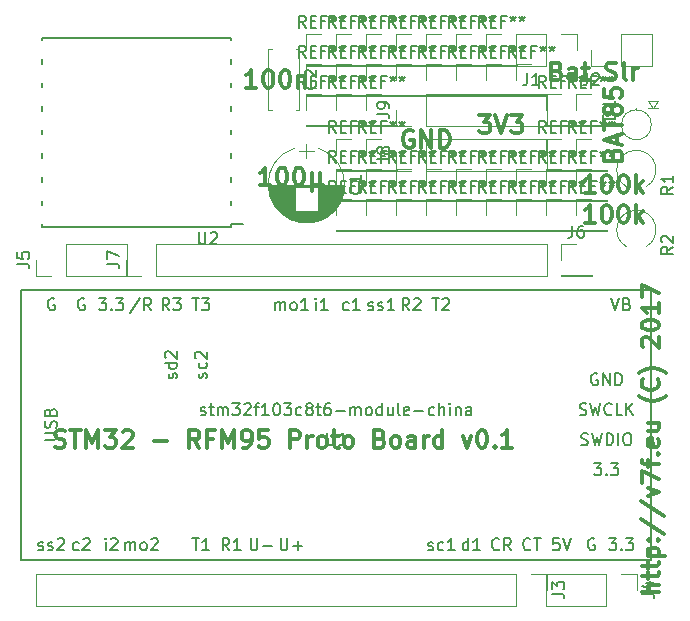
<source format=gbr>
G04 #@! TF.FileFunction,Legend,Top*
%FSLAX46Y46*%
G04 Gerber Fmt 4.6, Leading zero omitted, Abs format (unit mm)*
G04 Created by KiCad (PCBNEW 4.0.6-e0-6349~53~ubuntu16.04.1) date Sun Apr  2 13:26:43 2017*
%MOMM*%
%LPD*%
G01*
G04 APERTURE LIST*
%ADD10C,0.100000*%
%ADD11C,0.300000*%
%ADD12C,0.150000*%
%ADD13C,0.200000*%
%ADD14C,0.120000*%
G04 APERTURE END LIST*
D10*
D11*
X106164286Y-69893571D02*
X105307143Y-69893571D01*
X105735715Y-69893571D02*
X105735715Y-68393571D01*
X105592858Y-68607857D01*
X105450000Y-68750714D01*
X105307143Y-68822143D01*
X107092857Y-68393571D02*
X107235714Y-68393571D01*
X107378571Y-68465000D01*
X107450000Y-68536429D01*
X107521429Y-68679286D01*
X107592857Y-68965000D01*
X107592857Y-69322143D01*
X107521429Y-69607857D01*
X107450000Y-69750714D01*
X107378571Y-69822143D01*
X107235714Y-69893571D01*
X107092857Y-69893571D01*
X106950000Y-69822143D01*
X106878571Y-69750714D01*
X106807143Y-69607857D01*
X106735714Y-69322143D01*
X106735714Y-68965000D01*
X106807143Y-68679286D01*
X106878571Y-68536429D01*
X106950000Y-68465000D01*
X107092857Y-68393571D01*
X108521428Y-68393571D02*
X108664285Y-68393571D01*
X108807142Y-68465000D01*
X108878571Y-68536429D01*
X108950000Y-68679286D01*
X109021428Y-68965000D01*
X109021428Y-69322143D01*
X108950000Y-69607857D01*
X108878571Y-69750714D01*
X108807142Y-69822143D01*
X108664285Y-69893571D01*
X108521428Y-69893571D01*
X108378571Y-69822143D01*
X108307142Y-69750714D01*
X108235714Y-69607857D01*
X108164285Y-69322143D01*
X108164285Y-68965000D01*
X108235714Y-68679286D01*
X108307142Y-68536429D01*
X108378571Y-68465000D01*
X108521428Y-68393571D01*
X109664285Y-68893571D02*
X109664285Y-70393571D01*
X110378571Y-69679286D02*
X110449999Y-69822143D01*
X110592856Y-69893571D01*
X109664285Y-69679286D02*
X109735713Y-69822143D01*
X109878571Y-69893571D01*
X110164285Y-69893571D01*
X110307142Y-69822143D01*
X110378571Y-69679286D01*
X110378571Y-68893571D01*
X105001429Y-61638571D02*
X104144286Y-61638571D01*
X104572858Y-61638571D02*
X104572858Y-60138571D01*
X104430001Y-60352857D01*
X104287143Y-60495714D01*
X104144286Y-60567143D01*
X105930000Y-60138571D02*
X106072857Y-60138571D01*
X106215714Y-60210000D01*
X106287143Y-60281429D01*
X106358572Y-60424286D01*
X106430000Y-60710000D01*
X106430000Y-61067143D01*
X106358572Y-61352857D01*
X106287143Y-61495714D01*
X106215714Y-61567143D01*
X106072857Y-61638571D01*
X105930000Y-61638571D01*
X105787143Y-61567143D01*
X105715714Y-61495714D01*
X105644286Y-61352857D01*
X105572857Y-61067143D01*
X105572857Y-60710000D01*
X105644286Y-60424286D01*
X105715714Y-60281429D01*
X105787143Y-60210000D01*
X105930000Y-60138571D01*
X107358571Y-60138571D02*
X107501428Y-60138571D01*
X107644285Y-60210000D01*
X107715714Y-60281429D01*
X107787143Y-60424286D01*
X107858571Y-60710000D01*
X107858571Y-61067143D01*
X107787143Y-61352857D01*
X107715714Y-61495714D01*
X107644285Y-61567143D01*
X107501428Y-61638571D01*
X107358571Y-61638571D01*
X107215714Y-61567143D01*
X107144285Y-61495714D01*
X107072857Y-61352857D01*
X107001428Y-61067143D01*
X107001428Y-60710000D01*
X107072857Y-60424286D01*
X107144285Y-60281429D01*
X107215714Y-60210000D01*
X107358571Y-60138571D01*
X108501428Y-60638571D02*
X108501428Y-61638571D01*
X108501428Y-60781429D02*
X108572856Y-60710000D01*
X108715714Y-60638571D01*
X108929999Y-60638571D01*
X109072856Y-60710000D01*
X109144285Y-60852857D01*
X109144285Y-61638571D01*
X123872858Y-63948571D02*
X124801429Y-63948571D01*
X124301429Y-64520000D01*
X124515715Y-64520000D01*
X124658572Y-64591429D01*
X124730001Y-64662857D01*
X124801429Y-64805714D01*
X124801429Y-65162857D01*
X124730001Y-65305714D01*
X124658572Y-65377143D01*
X124515715Y-65448571D01*
X124087143Y-65448571D01*
X123944286Y-65377143D01*
X123872858Y-65305714D01*
X125230000Y-63948571D02*
X125730000Y-65448571D01*
X126230000Y-63948571D01*
X126587143Y-63948571D02*
X127515714Y-63948571D01*
X127015714Y-64520000D01*
X127230000Y-64520000D01*
X127372857Y-64591429D01*
X127444286Y-64662857D01*
X127515714Y-64805714D01*
X127515714Y-65162857D01*
X127444286Y-65305714D01*
X127372857Y-65377143D01*
X127230000Y-65448571D01*
X126801428Y-65448571D01*
X126658571Y-65377143D01*
X126587143Y-65305714D01*
X118237143Y-65290000D02*
X118094286Y-65218571D01*
X117880000Y-65218571D01*
X117665715Y-65290000D01*
X117522857Y-65432857D01*
X117451429Y-65575714D01*
X117380000Y-65861429D01*
X117380000Y-66075714D01*
X117451429Y-66361429D01*
X117522857Y-66504286D01*
X117665715Y-66647143D01*
X117880000Y-66718571D01*
X118022857Y-66718571D01*
X118237143Y-66647143D01*
X118308572Y-66575714D01*
X118308572Y-66075714D01*
X118022857Y-66075714D01*
X118951429Y-66718571D02*
X118951429Y-65218571D01*
X119808572Y-66718571D01*
X119808572Y-65218571D01*
X120522858Y-66718571D02*
X120522858Y-65218571D01*
X120880001Y-65218571D01*
X121094286Y-65290000D01*
X121237144Y-65432857D01*
X121308572Y-65575714D01*
X121380001Y-65861429D01*
X121380001Y-66075714D01*
X121308572Y-66361429D01*
X121237144Y-66504286D01*
X121094286Y-66647143D01*
X120880001Y-66718571D01*
X120522858Y-66718571D01*
X133647858Y-73068571D02*
X132790715Y-73068571D01*
X133219287Y-73068571D02*
X133219287Y-71568571D01*
X133076430Y-71782857D01*
X132933572Y-71925714D01*
X132790715Y-71997143D01*
X134576429Y-71568571D02*
X134719286Y-71568571D01*
X134862143Y-71640000D01*
X134933572Y-71711429D01*
X135005001Y-71854286D01*
X135076429Y-72140000D01*
X135076429Y-72497143D01*
X135005001Y-72782857D01*
X134933572Y-72925714D01*
X134862143Y-72997143D01*
X134719286Y-73068571D01*
X134576429Y-73068571D01*
X134433572Y-72997143D01*
X134362143Y-72925714D01*
X134290715Y-72782857D01*
X134219286Y-72497143D01*
X134219286Y-72140000D01*
X134290715Y-71854286D01*
X134362143Y-71711429D01*
X134433572Y-71640000D01*
X134576429Y-71568571D01*
X136005000Y-71568571D02*
X136147857Y-71568571D01*
X136290714Y-71640000D01*
X136362143Y-71711429D01*
X136433572Y-71854286D01*
X136505000Y-72140000D01*
X136505000Y-72497143D01*
X136433572Y-72782857D01*
X136362143Y-72925714D01*
X136290714Y-72997143D01*
X136147857Y-73068571D01*
X136005000Y-73068571D01*
X135862143Y-72997143D01*
X135790714Y-72925714D01*
X135719286Y-72782857D01*
X135647857Y-72497143D01*
X135647857Y-72140000D01*
X135719286Y-71854286D01*
X135790714Y-71711429D01*
X135862143Y-71640000D01*
X136005000Y-71568571D01*
X137147857Y-73068571D02*
X137147857Y-71568571D01*
X137290714Y-72497143D02*
X137719285Y-73068571D01*
X137719285Y-72068571D02*
X137147857Y-72640000D01*
X133647858Y-70528571D02*
X132790715Y-70528571D01*
X133219287Y-70528571D02*
X133219287Y-69028571D01*
X133076430Y-69242857D01*
X132933572Y-69385714D01*
X132790715Y-69457143D01*
X134576429Y-69028571D02*
X134719286Y-69028571D01*
X134862143Y-69100000D01*
X134933572Y-69171429D01*
X135005001Y-69314286D01*
X135076429Y-69600000D01*
X135076429Y-69957143D01*
X135005001Y-70242857D01*
X134933572Y-70385714D01*
X134862143Y-70457143D01*
X134719286Y-70528571D01*
X134576429Y-70528571D01*
X134433572Y-70457143D01*
X134362143Y-70385714D01*
X134290715Y-70242857D01*
X134219286Y-69957143D01*
X134219286Y-69600000D01*
X134290715Y-69314286D01*
X134362143Y-69171429D01*
X134433572Y-69100000D01*
X134576429Y-69028571D01*
X136005000Y-69028571D02*
X136147857Y-69028571D01*
X136290714Y-69100000D01*
X136362143Y-69171429D01*
X136433572Y-69314286D01*
X136505000Y-69600000D01*
X136505000Y-69957143D01*
X136433572Y-70242857D01*
X136362143Y-70385714D01*
X136290714Y-70457143D01*
X136147857Y-70528571D01*
X136005000Y-70528571D01*
X135862143Y-70457143D01*
X135790714Y-70385714D01*
X135719286Y-70242857D01*
X135647857Y-69957143D01*
X135647857Y-69600000D01*
X135719286Y-69314286D01*
X135790714Y-69171429D01*
X135862143Y-69100000D01*
X136005000Y-69028571D01*
X137147857Y-70528571D02*
X137147857Y-69028571D01*
X137290714Y-69957143D02*
X137719285Y-70528571D01*
X137719285Y-69528571D02*
X137147857Y-70100000D01*
X135147857Y-67305713D02*
X135219286Y-67091427D01*
X135290714Y-67019999D01*
X135433571Y-66948570D01*
X135647857Y-66948570D01*
X135790714Y-67019999D01*
X135862143Y-67091427D01*
X135933571Y-67234285D01*
X135933571Y-67805713D01*
X134433571Y-67805713D01*
X134433571Y-67305713D01*
X134505000Y-67162856D01*
X134576429Y-67091427D01*
X134719286Y-67019999D01*
X134862143Y-67019999D01*
X135005000Y-67091427D01*
X135076429Y-67162856D01*
X135147857Y-67305713D01*
X135147857Y-67805713D01*
X135505000Y-66377142D02*
X135505000Y-65662856D01*
X135933571Y-66519999D02*
X134433571Y-66019999D01*
X135933571Y-65519999D01*
X134433571Y-65234285D02*
X134433571Y-64377142D01*
X135933571Y-64805713D02*
X134433571Y-64805713D01*
X135076429Y-63662856D02*
X135005000Y-63805714D01*
X134933571Y-63877142D01*
X134790714Y-63948571D01*
X134719286Y-63948571D01*
X134576429Y-63877142D01*
X134505000Y-63805714D01*
X134433571Y-63662856D01*
X134433571Y-63377142D01*
X134505000Y-63234285D01*
X134576429Y-63162856D01*
X134719286Y-63091428D01*
X134790714Y-63091428D01*
X134933571Y-63162856D01*
X135005000Y-63234285D01*
X135076429Y-63377142D01*
X135076429Y-63662856D01*
X135147857Y-63805714D01*
X135219286Y-63877142D01*
X135362143Y-63948571D01*
X135647857Y-63948571D01*
X135790714Y-63877142D01*
X135862143Y-63805714D01*
X135933571Y-63662856D01*
X135933571Y-63377142D01*
X135862143Y-63234285D01*
X135790714Y-63162856D01*
X135647857Y-63091428D01*
X135362143Y-63091428D01*
X135219286Y-63162856D01*
X135147857Y-63234285D01*
X135076429Y-63377142D01*
X134433571Y-61734285D02*
X134433571Y-62448571D01*
X135147857Y-62520000D01*
X135076429Y-62448571D01*
X135005000Y-62305714D01*
X135005000Y-61948571D01*
X135076429Y-61805714D01*
X135147857Y-61734285D01*
X135290714Y-61662857D01*
X135647857Y-61662857D01*
X135790714Y-61734285D01*
X135862143Y-61805714D01*
X135933571Y-61948571D01*
X135933571Y-62305714D01*
X135862143Y-62448571D01*
X135790714Y-62520000D01*
X130445000Y-60217857D02*
X130659286Y-60289286D01*
X130730714Y-60360714D01*
X130802143Y-60503571D01*
X130802143Y-60717857D01*
X130730714Y-60860714D01*
X130659286Y-60932143D01*
X130516428Y-61003571D01*
X129945000Y-61003571D01*
X129945000Y-59503571D01*
X130445000Y-59503571D01*
X130587857Y-59575000D01*
X130659286Y-59646429D01*
X130730714Y-59789286D01*
X130730714Y-59932143D01*
X130659286Y-60075000D01*
X130587857Y-60146429D01*
X130445000Y-60217857D01*
X129945000Y-60217857D01*
X132087857Y-61003571D02*
X132087857Y-60217857D01*
X132016428Y-60075000D01*
X131873571Y-60003571D01*
X131587857Y-60003571D01*
X131445000Y-60075000D01*
X132087857Y-60932143D02*
X131945000Y-61003571D01*
X131587857Y-61003571D01*
X131445000Y-60932143D01*
X131373571Y-60789286D01*
X131373571Y-60646429D01*
X131445000Y-60503571D01*
X131587857Y-60432143D01*
X131945000Y-60432143D01*
X132087857Y-60360714D01*
X132587857Y-60003571D02*
X133159286Y-60003571D01*
X132802143Y-59503571D02*
X132802143Y-60789286D01*
X132873571Y-60932143D01*
X133016429Y-61003571D01*
X133159286Y-61003571D01*
X134604286Y-60932143D02*
X134818572Y-61003571D01*
X135175715Y-61003571D01*
X135318572Y-60932143D01*
X135390001Y-60860714D01*
X135461429Y-60717857D01*
X135461429Y-60575000D01*
X135390001Y-60432143D01*
X135318572Y-60360714D01*
X135175715Y-60289286D01*
X134890001Y-60217857D01*
X134747143Y-60146429D01*
X134675715Y-60075000D01*
X134604286Y-59932143D01*
X134604286Y-59789286D01*
X134675715Y-59646429D01*
X134747143Y-59575000D01*
X134890001Y-59503571D01*
X135247143Y-59503571D01*
X135461429Y-59575000D01*
X136318572Y-61003571D02*
X136175714Y-60932143D01*
X136104286Y-60789286D01*
X136104286Y-59503571D01*
X136890000Y-61003571D02*
X136890000Y-60003571D01*
X136890000Y-60289286D02*
X136961428Y-60146429D01*
X137032857Y-60075000D01*
X137175714Y-60003571D01*
X137318571Y-60003571D01*
X87957859Y-92047143D02*
X88172145Y-92118571D01*
X88529288Y-92118571D01*
X88672145Y-92047143D01*
X88743574Y-91975714D01*
X88815002Y-91832857D01*
X88815002Y-91690000D01*
X88743574Y-91547143D01*
X88672145Y-91475714D01*
X88529288Y-91404286D01*
X88243574Y-91332857D01*
X88100716Y-91261429D01*
X88029288Y-91190000D01*
X87957859Y-91047143D01*
X87957859Y-90904286D01*
X88029288Y-90761429D01*
X88100716Y-90690000D01*
X88243574Y-90618571D01*
X88600716Y-90618571D01*
X88815002Y-90690000D01*
X89243573Y-90618571D02*
X90100716Y-90618571D01*
X89672145Y-92118571D02*
X89672145Y-90618571D01*
X90600716Y-92118571D02*
X90600716Y-90618571D01*
X91100716Y-91690000D01*
X91600716Y-90618571D01*
X91600716Y-92118571D01*
X92172145Y-90618571D02*
X93100716Y-90618571D01*
X92600716Y-91190000D01*
X92815002Y-91190000D01*
X92957859Y-91261429D01*
X93029288Y-91332857D01*
X93100716Y-91475714D01*
X93100716Y-91832857D01*
X93029288Y-91975714D01*
X92957859Y-92047143D01*
X92815002Y-92118571D01*
X92386430Y-92118571D01*
X92243573Y-92047143D01*
X92172145Y-91975714D01*
X93672144Y-90761429D02*
X93743573Y-90690000D01*
X93886430Y-90618571D01*
X94243573Y-90618571D01*
X94386430Y-90690000D01*
X94457859Y-90761429D01*
X94529287Y-90904286D01*
X94529287Y-91047143D01*
X94457859Y-91261429D01*
X93600716Y-92118571D01*
X94529287Y-92118571D01*
X96315001Y-91547143D02*
X97457858Y-91547143D01*
X100172144Y-92118571D02*
X99672144Y-91404286D01*
X99315001Y-92118571D02*
X99315001Y-90618571D01*
X99886429Y-90618571D01*
X100029287Y-90690000D01*
X100100715Y-90761429D01*
X100172144Y-90904286D01*
X100172144Y-91118571D01*
X100100715Y-91261429D01*
X100029287Y-91332857D01*
X99886429Y-91404286D01*
X99315001Y-91404286D01*
X101315001Y-91332857D02*
X100815001Y-91332857D01*
X100815001Y-92118571D02*
X100815001Y-90618571D01*
X101529287Y-90618571D01*
X102100715Y-92118571D02*
X102100715Y-90618571D01*
X102600715Y-91690000D01*
X103100715Y-90618571D01*
X103100715Y-92118571D01*
X103886429Y-92118571D02*
X104172144Y-92118571D01*
X104315001Y-92047143D01*
X104386429Y-91975714D01*
X104529287Y-91761429D01*
X104600715Y-91475714D01*
X104600715Y-90904286D01*
X104529287Y-90761429D01*
X104457858Y-90690000D01*
X104315001Y-90618571D01*
X104029287Y-90618571D01*
X103886429Y-90690000D01*
X103815001Y-90761429D01*
X103743572Y-90904286D01*
X103743572Y-91261429D01*
X103815001Y-91404286D01*
X103886429Y-91475714D01*
X104029287Y-91547143D01*
X104315001Y-91547143D01*
X104457858Y-91475714D01*
X104529287Y-91404286D01*
X104600715Y-91261429D01*
X105957858Y-90618571D02*
X105243572Y-90618571D01*
X105172143Y-91332857D01*
X105243572Y-91261429D01*
X105386429Y-91190000D01*
X105743572Y-91190000D01*
X105886429Y-91261429D01*
X105957858Y-91332857D01*
X106029286Y-91475714D01*
X106029286Y-91832857D01*
X105957858Y-91975714D01*
X105886429Y-92047143D01*
X105743572Y-92118571D01*
X105386429Y-92118571D01*
X105243572Y-92047143D01*
X105172143Y-91975714D01*
X107815000Y-92118571D02*
X107815000Y-90618571D01*
X108386428Y-90618571D01*
X108529286Y-90690000D01*
X108600714Y-90761429D01*
X108672143Y-90904286D01*
X108672143Y-91118571D01*
X108600714Y-91261429D01*
X108529286Y-91332857D01*
X108386428Y-91404286D01*
X107815000Y-91404286D01*
X109315000Y-92118571D02*
X109315000Y-91118571D01*
X109315000Y-91404286D02*
X109386428Y-91261429D01*
X109457857Y-91190000D01*
X109600714Y-91118571D01*
X109743571Y-91118571D01*
X110457857Y-92118571D02*
X110314999Y-92047143D01*
X110243571Y-91975714D01*
X110172142Y-91832857D01*
X110172142Y-91404286D01*
X110243571Y-91261429D01*
X110314999Y-91190000D01*
X110457857Y-91118571D01*
X110672142Y-91118571D01*
X110814999Y-91190000D01*
X110886428Y-91261429D01*
X110957857Y-91404286D01*
X110957857Y-91832857D01*
X110886428Y-91975714D01*
X110814999Y-92047143D01*
X110672142Y-92118571D01*
X110457857Y-92118571D01*
X111386428Y-91118571D02*
X111957857Y-91118571D01*
X111600714Y-90618571D02*
X111600714Y-91904286D01*
X111672142Y-92047143D01*
X111815000Y-92118571D01*
X111957857Y-92118571D01*
X112672143Y-92118571D02*
X112529285Y-92047143D01*
X112457857Y-91975714D01*
X112386428Y-91832857D01*
X112386428Y-91404286D01*
X112457857Y-91261429D01*
X112529285Y-91190000D01*
X112672143Y-91118571D01*
X112886428Y-91118571D01*
X113029285Y-91190000D01*
X113100714Y-91261429D01*
X113172143Y-91404286D01*
X113172143Y-91832857D01*
X113100714Y-91975714D01*
X113029285Y-92047143D01*
X112886428Y-92118571D01*
X112672143Y-92118571D01*
X115457857Y-91332857D02*
X115672143Y-91404286D01*
X115743571Y-91475714D01*
X115815000Y-91618571D01*
X115815000Y-91832857D01*
X115743571Y-91975714D01*
X115672143Y-92047143D01*
X115529285Y-92118571D01*
X114957857Y-92118571D01*
X114957857Y-90618571D01*
X115457857Y-90618571D01*
X115600714Y-90690000D01*
X115672143Y-90761429D01*
X115743571Y-90904286D01*
X115743571Y-91047143D01*
X115672143Y-91190000D01*
X115600714Y-91261429D01*
X115457857Y-91332857D01*
X114957857Y-91332857D01*
X116672143Y-92118571D02*
X116529285Y-92047143D01*
X116457857Y-91975714D01*
X116386428Y-91832857D01*
X116386428Y-91404286D01*
X116457857Y-91261429D01*
X116529285Y-91190000D01*
X116672143Y-91118571D01*
X116886428Y-91118571D01*
X117029285Y-91190000D01*
X117100714Y-91261429D01*
X117172143Y-91404286D01*
X117172143Y-91832857D01*
X117100714Y-91975714D01*
X117029285Y-92047143D01*
X116886428Y-92118571D01*
X116672143Y-92118571D01*
X118457857Y-92118571D02*
X118457857Y-91332857D01*
X118386428Y-91190000D01*
X118243571Y-91118571D01*
X117957857Y-91118571D01*
X117815000Y-91190000D01*
X118457857Y-92047143D02*
X118315000Y-92118571D01*
X117957857Y-92118571D01*
X117815000Y-92047143D01*
X117743571Y-91904286D01*
X117743571Y-91761429D01*
X117815000Y-91618571D01*
X117957857Y-91547143D01*
X118315000Y-91547143D01*
X118457857Y-91475714D01*
X119172143Y-92118571D02*
X119172143Y-91118571D01*
X119172143Y-91404286D02*
X119243571Y-91261429D01*
X119315000Y-91190000D01*
X119457857Y-91118571D01*
X119600714Y-91118571D01*
X120743571Y-92118571D02*
X120743571Y-90618571D01*
X120743571Y-92047143D02*
X120600714Y-92118571D01*
X120315000Y-92118571D01*
X120172142Y-92047143D01*
X120100714Y-91975714D01*
X120029285Y-91832857D01*
X120029285Y-91404286D01*
X120100714Y-91261429D01*
X120172142Y-91190000D01*
X120315000Y-91118571D01*
X120600714Y-91118571D01*
X120743571Y-91190000D01*
X122457857Y-91118571D02*
X122815000Y-92118571D01*
X123172142Y-91118571D01*
X124029285Y-90618571D02*
X124172142Y-90618571D01*
X124314999Y-90690000D01*
X124386428Y-90761429D01*
X124457857Y-90904286D01*
X124529285Y-91190000D01*
X124529285Y-91547143D01*
X124457857Y-91832857D01*
X124386428Y-91975714D01*
X124314999Y-92047143D01*
X124172142Y-92118571D01*
X124029285Y-92118571D01*
X123886428Y-92047143D01*
X123814999Y-91975714D01*
X123743571Y-91832857D01*
X123672142Y-91547143D01*
X123672142Y-91190000D01*
X123743571Y-90904286D01*
X123814999Y-90761429D01*
X123886428Y-90690000D01*
X124029285Y-90618571D01*
X125172142Y-91975714D02*
X125243570Y-92047143D01*
X125172142Y-92118571D01*
X125100713Y-92047143D01*
X125172142Y-91975714D01*
X125172142Y-92118571D01*
X126672142Y-92118571D02*
X125814999Y-92118571D01*
X126243571Y-92118571D02*
X126243571Y-90618571D01*
X126100714Y-90832857D01*
X125957856Y-90975714D01*
X125814999Y-91047143D01*
X139108571Y-104368571D02*
X137608571Y-104368571D01*
X139108571Y-103725714D02*
X138322857Y-103725714D01*
X138180000Y-103797143D01*
X138108571Y-103940000D01*
X138108571Y-104154285D01*
X138180000Y-104297143D01*
X138251429Y-104368571D01*
X138108571Y-103225714D02*
X138108571Y-102654285D01*
X137608571Y-103011428D02*
X138894286Y-103011428D01*
X139037143Y-102940000D01*
X139108571Y-102797142D01*
X139108571Y-102654285D01*
X138108571Y-102368571D02*
X138108571Y-101797142D01*
X137608571Y-102154285D02*
X138894286Y-102154285D01*
X139037143Y-102082857D01*
X139108571Y-101939999D01*
X139108571Y-101797142D01*
X138108571Y-101297142D02*
X139608571Y-101297142D01*
X138180000Y-101297142D02*
X138108571Y-101154285D01*
X138108571Y-100868571D01*
X138180000Y-100725714D01*
X138251429Y-100654285D01*
X138394286Y-100582856D01*
X138822857Y-100582856D01*
X138965714Y-100654285D01*
X139037143Y-100725714D01*
X139108571Y-100868571D01*
X139108571Y-101154285D01*
X139037143Y-101297142D01*
X138965714Y-99939999D02*
X139037143Y-99868571D01*
X139108571Y-99939999D01*
X139037143Y-100011428D01*
X138965714Y-99939999D01*
X139108571Y-99939999D01*
X138180000Y-99939999D02*
X138251429Y-99868571D01*
X138322857Y-99939999D01*
X138251429Y-100011428D01*
X138180000Y-99939999D01*
X138322857Y-99939999D01*
X137537143Y-98154285D02*
X139465714Y-99439999D01*
X137537143Y-96582856D02*
X139465714Y-97868570D01*
X138108571Y-96225712D02*
X139108571Y-95868569D01*
X138108571Y-95511427D01*
X137608571Y-95082855D02*
X137608571Y-94082855D01*
X139108571Y-94725712D01*
X138108571Y-93725713D02*
X138108571Y-93154284D01*
X139108571Y-93511427D02*
X137822857Y-93511427D01*
X137680000Y-93439999D01*
X137608571Y-93297141D01*
X137608571Y-93154284D01*
X138965714Y-92654284D02*
X139037143Y-92582856D01*
X139108571Y-92654284D01*
X139037143Y-92725713D01*
X138965714Y-92654284D01*
X139108571Y-92654284D01*
X139037143Y-91368570D02*
X139108571Y-91511427D01*
X139108571Y-91797141D01*
X139037143Y-91939998D01*
X138894286Y-92011427D01*
X138322857Y-92011427D01*
X138180000Y-91939998D01*
X138108571Y-91797141D01*
X138108571Y-91511427D01*
X138180000Y-91368570D01*
X138322857Y-91297141D01*
X138465714Y-91297141D01*
X138608571Y-92011427D01*
X138108571Y-90011427D02*
X139108571Y-90011427D01*
X138108571Y-90654284D02*
X138894286Y-90654284D01*
X139037143Y-90582856D01*
X139108571Y-90439998D01*
X139108571Y-90225713D01*
X139037143Y-90082856D01*
X138965714Y-90011427D01*
X139680000Y-87725713D02*
X139608571Y-87797141D01*
X139394286Y-87939998D01*
X139251429Y-88011427D01*
X139037143Y-88082856D01*
X138680000Y-88154284D01*
X138394286Y-88154284D01*
X138037143Y-88082856D01*
X137822857Y-88011427D01*
X137680000Y-87939998D01*
X137465714Y-87797141D01*
X137394286Y-87725713D01*
X138965714Y-86297141D02*
X139037143Y-86368570D01*
X139108571Y-86582856D01*
X139108571Y-86725713D01*
X139037143Y-86939998D01*
X138894286Y-87082856D01*
X138751429Y-87154284D01*
X138465714Y-87225713D01*
X138251429Y-87225713D01*
X137965714Y-87154284D01*
X137822857Y-87082856D01*
X137680000Y-86939998D01*
X137608571Y-86725713D01*
X137608571Y-86582856D01*
X137680000Y-86368570D01*
X137751429Y-86297141D01*
X139680000Y-85797141D02*
X139608571Y-85725713D01*
X139394286Y-85582856D01*
X139251429Y-85511427D01*
X139037143Y-85439998D01*
X138680000Y-85368570D01*
X138394286Y-85368570D01*
X138037143Y-85439998D01*
X137822857Y-85511427D01*
X137680000Y-85582856D01*
X137465714Y-85725713D01*
X137394286Y-85797141D01*
X137751429Y-83582856D02*
X137680000Y-83511427D01*
X137608571Y-83368570D01*
X137608571Y-83011427D01*
X137680000Y-82868570D01*
X137751429Y-82797141D01*
X137894286Y-82725713D01*
X138037143Y-82725713D01*
X138251429Y-82797141D01*
X139108571Y-83654284D01*
X139108571Y-82725713D01*
X137608571Y-81797142D02*
X137608571Y-81654285D01*
X137680000Y-81511428D01*
X137751429Y-81439999D01*
X137894286Y-81368570D01*
X138180000Y-81297142D01*
X138537143Y-81297142D01*
X138822857Y-81368570D01*
X138965714Y-81439999D01*
X139037143Y-81511428D01*
X139108571Y-81654285D01*
X139108571Y-81797142D01*
X139037143Y-81939999D01*
X138965714Y-82011428D01*
X138822857Y-82082856D01*
X138537143Y-82154285D01*
X138180000Y-82154285D01*
X137894286Y-82082856D01*
X137751429Y-82011428D01*
X137680000Y-81939999D01*
X137608571Y-81797142D01*
X139108571Y-79868571D02*
X139108571Y-80725714D01*
X139108571Y-80297142D02*
X137608571Y-80297142D01*
X137822857Y-80439999D01*
X137965714Y-80582857D01*
X138037143Y-80725714D01*
X137608571Y-79368571D02*
X137608571Y-78368571D01*
X139108571Y-79011428D01*
D12*
X85090000Y-101600000D02*
X138430000Y-101600000D01*
X138430000Y-78740000D02*
X85090000Y-78740000D01*
X138430000Y-101600000D02*
X138430000Y-78740000D01*
X85090000Y-78740000D02*
X85090000Y-101600000D01*
D13*
X102870000Y-57390000D02*
X102870000Y-57590000D01*
X86870000Y-57390000D02*
X102870000Y-57390000D01*
X86870000Y-57590000D02*
X86870000Y-57390000D01*
X86870000Y-59590000D02*
X86870000Y-59190000D01*
X86870000Y-61590000D02*
X86870000Y-61190000D01*
X86870000Y-63590000D02*
X86870000Y-63190000D01*
X86870000Y-65590000D02*
X86870000Y-65190000D01*
X86870000Y-67590000D02*
X86870000Y-67190000D01*
X86870000Y-69590000D02*
X86870000Y-69190000D01*
X86870000Y-71590000D02*
X86870000Y-71190000D01*
X86870000Y-73390000D02*
X86870000Y-73190000D01*
X102870000Y-59590000D02*
X102870000Y-59190000D01*
X102870000Y-73190000D02*
X102870000Y-73390000D01*
X103870000Y-73190000D02*
X102870000Y-73190000D01*
X102870000Y-71190000D02*
X102870000Y-71590000D01*
X102870000Y-69190000D02*
X102870000Y-69590000D01*
X102870000Y-67590000D02*
X102870000Y-67190000D01*
X102870000Y-65590000D02*
X102870000Y-65190000D01*
X102870000Y-63590000D02*
X102870000Y-63190000D01*
X102870000Y-61590000D02*
X102870000Y-61190000D01*
X102870000Y-73390000D02*
X86870000Y-73390000D01*
D14*
X108625000Y-58360000D02*
X108625000Y-63480000D01*
X106005000Y-58360000D02*
X106005000Y-63480000D01*
X108625000Y-58360000D02*
X108311000Y-58360000D01*
X106319000Y-58360000D02*
X106005000Y-58360000D01*
X108625000Y-63480000D02*
X108311000Y-63480000D01*
X106319000Y-63480000D02*
X106005000Y-63480000D01*
X136360578Y-70034828D02*
G75*
G02X137960000Y-70034510I799422J1454828D01*
G01*
X136360578Y-75114828D02*
G75*
G02X137960000Y-75114510I799422J1454828D01*
G01*
X110199357Y-72918440D02*
G75*
G03X110200000Y-66741764I-979357J3088440D01*
G01*
X108240643Y-72918440D02*
G75*
G02X108240000Y-66741764I979357J3088440D01*
G01*
X108240643Y-72918440D02*
G75*
G03X110200000Y-72918236I979357J3088440D01*
G01*
X112420000Y-69830000D02*
X106020000Y-69830000D01*
X112420000Y-69870000D02*
X106020000Y-69870000D01*
X112420000Y-69910000D02*
X106020000Y-69910000D01*
X112418000Y-69950000D02*
X106022000Y-69950000D01*
X112417000Y-69990000D02*
X106023000Y-69990000D01*
X112414000Y-70030000D02*
X106026000Y-70030000D01*
X112412000Y-70070000D02*
X106028000Y-70070000D01*
X112408000Y-70110000D02*
X110200000Y-70110000D01*
X108240000Y-70110000D02*
X106032000Y-70110000D01*
X112405000Y-70150000D02*
X110200000Y-70150000D01*
X108240000Y-70150000D02*
X106035000Y-70150000D01*
X112400000Y-70190000D02*
X110200000Y-70190000D01*
X108240000Y-70190000D02*
X106040000Y-70190000D01*
X112396000Y-70230000D02*
X110200000Y-70230000D01*
X108240000Y-70230000D02*
X106044000Y-70230000D01*
X112390000Y-70270000D02*
X110200000Y-70270000D01*
X108240000Y-70270000D02*
X106050000Y-70270000D01*
X112385000Y-70310000D02*
X110200000Y-70310000D01*
X108240000Y-70310000D02*
X106055000Y-70310000D01*
X112378000Y-70350000D02*
X110200000Y-70350000D01*
X108240000Y-70350000D02*
X106062000Y-70350000D01*
X112372000Y-70390000D02*
X110200000Y-70390000D01*
X108240000Y-70390000D02*
X106068000Y-70390000D01*
X112364000Y-70430000D02*
X110200000Y-70430000D01*
X108240000Y-70430000D02*
X106076000Y-70430000D01*
X112357000Y-70470000D02*
X110200000Y-70470000D01*
X108240000Y-70470000D02*
X106083000Y-70470000D01*
X112348000Y-70510000D02*
X110200000Y-70510000D01*
X108240000Y-70510000D02*
X106092000Y-70510000D01*
X112339000Y-70551000D02*
X110200000Y-70551000D01*
X108240000Y-70551000D02*
X106101000Y-70551000D01*
X112330000Y-70591000D02*
X110200000Y-70591000D01*
X108240000Y-70591000D02*
X106110000Y-70591000D01*
X112320000Y-70631000D02*
X110200000Y-70631000D01*
X108240000Y-70631000D02*
X106120000Y-70631000D01*
X112310000Y-70671000D02*
X110200000Y-70671000D01*
X108240000Y-70671000D02*
X106130000Y-70671000D01*
X112299000Y-70711000D02*
X110200000Y-70711000D01*
X108240000Y-70711000D02*
X106141000Y-70711000D01*
X112287000Y-70751000D02*
X110200000Y-70751000D01*
X108240000Y-70751000D02*
X106153000Y-70751000D01*
X112275000Y-70791000D02*
X110200000Y-70791000D01*
X108240000Y-70791000D02*
X106165000Y-70791000D01*
X112262000Y-70831000D02*
X110200000Y-70831000D01*
X108240000Y-70831000D02*
X106178000Y-70831000D01*
X112249000Y-70871000D02*
X110200000Y-70871000D01*
X108240000Y-70871000D02*
X106191000Y-70871000D01*
X112235000Y-70911000D02*
X110200000Y-70911000D01*
X108240000Y-70911000D02*
X106205000Y-70911000D01*
X112221000Y-70951000D02*
X110200000Y-70951000D01*
X108240000Y-70951000D02*
X106219000Y-70951000D01*
X112206000Y-70991000D02*
X110200000Y-70991000D01*
X108240000Y-70991000D02*
X106234000Y-70991000D01*
X112190000Y-71031000D02*
X110200000Y-71031000D01*
X108240000Y-71031000D02*
X106250000Y-71031000D01*
X112174000Y-71071000D02*
X110200000Y-71071000D01*
X108240000Y-71071000D02*
X106266000Y-71071000D01*
X112157000Y-71111000D02*
X110200000Y-71111000D01*
X108240000Y-71111000D02*
X106283000Y-71111000D01*
X112139000Y-71151000D02*
X110200000Y-71151000D01*
X108240000Y-71151000D02*
X106301000Y-71151000D01*
X112121000Y-71191000D02*
X110200000Y-71191000D01*
X108240000Y-71191000D02*
X106319000Y-71191000D01*
X112102000Y-71231000D02*
X110200000Y-71231000D01*
X108240000Y-71231000D02*
X106338000Y-71231000D01*
X112083000Y-71271000D02*
X110200000Y-71271000D01*
X108240000Y-71271000D02*
X106357000Y-71271000D01*
X112063000Y-71311000D02*
X110200000Y-71311000D01*
X108240000Y-71311000D02*
X106377000Y-71311000D01*
X112042000Y-71351000D02*
X110200000Y-71351000D01*
X108240000Y-71351000D02*
X106398000Y-71351000D01*
X112020000Y-71391000D02*
X110200000Y-71391000D01*
X108240000Y-71391000D02*
X106420000Y-71391000D01*
X111998000Y-71431000D02*
X110200000Y-71431000D01*
X108240000Y-71431000D02*
X106442000Y-71431000D01*
X111975000Y-71471000D02*
X110200000Y-71471000D01*
X108240000Y-71471000D02*
X106465000Y-71471000D01*
X111951000Y-71511000D02*
X110200000Y-71511000D01*
X108240000Y-71511000D02*
X106489000Y-71511000D01*
X111926000Y-71551000D02*
X110200000Y-71551000D01*
X108240000Y-71551000D02*
X106514000Y-71551000D01*
X111901000Y-71591000D02*
X110200000Y-71591000D01*
X108240000Y-71591000D02*
X106539000Y-71591000D01*
X111874000Y-71631000D02*
X110200000Y-71631000D01*
X108240000Y-71631000D02*
X106566000Y-71631000D01*
X111847000Y-71671000D02*
X110200000Y-71671000D01*
X108240000Y-71671000D02*
X106593000Y-71671000D01*
X111819000Y-71711000D02*
X110200000Y-71711000D01*
X108240000Y-71711000D02*
X106621000Y-71711000D01*
X111790000Y-71751000D02*
X110200000Y-71751000D01*
X108240000Y-71751000D02*
X106650000Y-71751000D01*
X111760000Y-71791000D02*
X110200000Y-71791000D01*
X108240000Y-71791000D02*
X106680000Y-71791000D01*
X111730000Y-71831000D02*
X110200000Y-71831000D01*
X108240000Y-71831000D02*
X106710000Y-71831000D01*
X111698000Y-71871000D02*
X110200000Y-71871000D01*
X108240000Y-71871000D02*
X106742000Y-71871000D01*
X111665000Y-71911000D02*
X110200000Y-71911000D01*
X108240000Y-71911000D02*
X106775000Y-71911000D01*
X111631000Y-71951000D02*
X110200000Y-71951000D01*
X108240000Y-71951000D02*
X106809000Y-71951000D01*
X111595000Y-71991000D02*
X110200000Y-71991000D01*
X108240000Y-71991000D02*
X106845000Y-71991000D01*
X111559000Y-72031000D02*
X110200000Y-72031000D01*
X108240000Y-72031000D02*
X106881000Y-72031000D01*
X111521000Y-72071000D02*
X106919000Y-72071000D01*
X111482000Y-72111000D02*
X106958000Y-72111000D01*
X111442000Y-72151000D02*
X106998000Y-72151000D01*
X111400000Y-72191000D02*
X107040000Y-72191000D01*
X111357000Y-72231000D02*
X107083000Y-72231000D01*
X111312000Y-72271000D02*
X107128000Y-72271000D01*
X111265000Y-72311000D02*
X107175000Y-72311000D01*
X111217000Y-72351000D02*
X107223000Y-72351000D01*
X111166000Y-72391000D02*
X107274000Y-72391000D01*
X111114000Y-72431000D02*
X107326000Y-72431000D01*
X111059000Y-72471000D02*
X107381000Y-72471000D01*
X111001000Y-72511000D02*
X107439000Y-72511000D01*
X110941000Y-72551000D02*
X107499000Y-72551000D01*
X110878000Y-72591000D02*
X107562000Y-72591000D01*
X110811000Y-72631000D02*
X107629000Y-72631000D01*
X110740000Y-72671000D02*
X107700000Y-72671000D01*
X110665000Y-72711000D02*
X107775000Y-72711000D01*
X110584000Y-72751000D02*
X107856000Y-72751000D01*
X110498000Y-72791000D02*
X107942000Y-72791000D01*
X110404000Y-72831000D02*
X108036000Y-72831000D01*
X110301000Y-72871000D02*
X108139000Y-72871000D01*
X110186000Y-72911000D02*
X108254000Y-72911000D01*
X110054000Y-72951000D02*
X108386000Y-72951000D01*
X109896000Y-72991000D02*
X108544000Y-72991000D01*
X109688000Y-73031000D02*
X108752000Y-73031000D01*
X109220000Y-66380000D02*
X109220000Y-67580000D01*
X109870000Y-66980000D02*
X108570000Y-66980000D01*
X129540000Y-57090000D02*
X126940000Y-57090000D01*
X126940000Y-57090000D02*
X126940000Y-59750000D01*
X126940000Y-59750000D02*
X129540000Y-59750000D01*
X129540000Y-59750000D02*
X129540000Y-57090000D01*
X130810000Y-57090000D02*
X132140000Y-57090000D01*
X132140000Y-57090000D02*
X132140000Y-58420000D01*
X135890000Y-59750000D02*
X138490000Y-59750000D01*
X138490000Y-59750000D02*
X138490000Y-57090000D01*
X138490000Y-57090000D02*
X135890000Y-57090000D01*
X135890000Y-57090000D02*
X135890000Y-59750000D01*
X134620000Y-59750000D02*
X133290000Y-59750000D01*
X133290000Y-59750000D02*
X133290000Y-58420000D01*
X138426371Y-64770000D02*
G75*
G03X138426371Y-64770000I-1266371J0D01*
G01*
X137160000Y-63503629D02*
X137160000Y-63330000D01*
X138140000Y-63373000D02*
X139029000Y-63373000D01*
X138584500Y-63373000D02*
X138140000Y-62780333D01*
X138140000Y-62780333D02*
X139029000Y-62780333D01*
X139029000Y-62780333D02*
X138584500Y-63373000D01*
X127000000Y-102810000D02*
X86300000Y-102810000D01*
X86300000Y-102810000D02*
X86300000Y-105470000D01*
X86300000Y-105470000D02*
X127000000Y-105470000D01*
X127000000Y-105470000D02*
X127000000Y-102810000D01*
X128270000Y-102810000D02*
X129600000Y-102810000D01*
X129600000Y-102810000D02*
X129600000Y-104140000D01*
X134620000Y-102810000D02*
X129480000Y-102810000D01*
X129480000Y-102810000D02*
X129480000Y-105470000D01*
X129480000Y-105470000D02*
X134620000Y-105470000D01*
X134620000Y-105470000D02*
X134620000Y-102810000D01*
X135890000Y-102810000D02*
X137220000Y-102810000D01*
X137220000Y-102810000D02*
X137220000Y-104140000D01*
X88900000Y-77530000D02*
X94040000Y-77530000D01*
X94040000Y-77530000D02*
X94040000Y-74870000D01*
X94040000Y-74870000D02*
X88900000Y-74870000D01*
X88900000Y-74870000D02*
X88900000Y-77530000D01*
X87630000Y-77530000D02*
X86300000Y-77530000D01*
X86300000Y-77530000D02*
X86300000Y-76200000D01*
X130750000Y-77470000D02*
X130750000Y-77530000D01*
X130750000Y-77530000D02*
X133410000Y-77530000D01*
X133410000Y-77530000D02*
X133410000Y-77470000D01*
X133410000Y-77470000D02*
X130750000Y-77470000D01*
X130750000Y-76200000D02*
X130750000Y-74870000D01*
X130750000Y-74870000D02*
X132080000Y-74870000D01*
X96520000Y-77530000D02*
X129600000Y-77530000D01*
X129600000Y-77530000D02*
X129600000Y-74870000D01*
X129600000Y-74870000D02*
X96520000Y-74870000D01*
X96520000Y-74870000D02*
X96520000Y-77530000D01*
X95250000Y-77530000D02*
X93920000Y-77530000D01*
X93920000Y-77530000D02*
X93920000Y-76200000D01*
X119380000Y-68640000D02*
X129600000Y-68640000D01*
X129600000Y-68640000D02*
X129600000Y-65980000D01*
X129600000Y-65980000D02*
X119380000Y-65980000D01*
X119380000Y-65980000D02*
X119380000Y-68640000D01*
X118110000Y-68640000D02*
X116780000Y-68640000D01*
X116780000Y-68640000D02*
X116780000Y-67310000D01*
X119380000Y-64830000D02*
X129600000Y-64830000D01*
X129600000Y-64830000D02*
X129600000Y-62170000D01*
X129600000Y-62170000D02*
X119380000Y-62170000D01*
X119380000Y-62170000D02*
X119380000Y-64830000D01*
X118110000Y-64830000D02*
X116780000Y-64830000D01*
X116780000Y-64830000D02*
X116780000Y-63500000D01*
X114240000Y-71120000D02*
X114240000Y-71180000D01*
X114240000Y-71180000D02*
X116900000Y-71180000D01*
X116900000Y-71180000D02*
X116900000Y-71120000D01*
X116900000Y-71120000D02*
X114240000Y-71120000D01*
X114240000Y-69850000D02*
X114240000Y-68520000D01*
X114240000Y-68520000D02*
X115570000Y-68520000D01*
X116780000Y-71120000D02*
X116780000Y-71180000D01*
X116780000Y-71180000D02*
X119440000Y-71180000D01*
X119440000Y-71180000D02*
X119440000Y-71120000D01*
X119440000Y-71120000D02*
X116780000Y-71120000D01*
X116780000Y-69850000D02*
X116780000Y-68520000D01*
X116780000Y-68520000D02*
X118110000Y-68520000D01*
X119320000Y-71120000D02*
X119320000Y-71180000D01*
X119320000Y-71180000D02*
X121980000Y-71180000D01*
X121980000Y-71180000D02*
X121980000Y-71120000D01*
X121980000Y-71120000D02*
X119320000Y-71120000D01*
X119320000Y-69850000D02*
X119320000Y-68520000D01*
X119320000Y-68520000D02*
X120650000Y-68520000D01*
X121860000Y-71120000D02*
X121860000Y-71180000D01*
X121860000Y-71180000D02*
X124520000Y-71180000D01*
X124520000Y-71180000D02*
X124520000Y-71120000D01*
X124520000Y-71120000D02*
X121860000Y-71120000D01*
X121860000Y-69850000D02*
X121860000Y-68520000D01*
X121860000Y-68520000D02*
X123190000Y-68520000D01*
X124400000Y-71120000D02*
X124400000Y-71180000D01*
X124400000Y-71180000D02*
X127060000Y-71180000D01*
X127060000Y-71180000D02*
X127060000Y-71120000D01*
X127060000Y-71120000D02*
X124400000Y-71120000D01*
X124400000Y-69850000D02*
X124400000Y-68520000D01*
X124400000Y-68520000D02*
X125730000Y-68520000D01*
X126940000Y-71120000D02*
X126940000Y-71180000D01*
X126940000Y-71180000D02*
X129600000Y-71180000D01*
X129600000Y-71180000D02*
X129600000Y-71120000D01*
X129600000Y-71120000D02*
X126940000Y-71120000D01*
X126940000Y-69850000D02*
X126940000Y-68520000D01*
X126940000Y-68520000D02*
X128270000Y-68520000D01*
X129480000Y-73660000D02*
X129480000Y-73720000D01*
X129480000Y-73720000D02*
X132140000Y-73720000D01*
X132140000Y-73720000D02*
X132140000Y-73660000D01*
X132140000Y-73660000D02*
X129480000Y-73660000D01*
X129480000Y-72390000D02*
X129480000Y-71060000D01*
X129480000Y-71060000D02*
X130810000Y-71060000D01*
X132020000Y-73660000D02*
X132020000Y-73720000D01*
X132020000Y-73720000D02*
X134680000Y-73720000D01*
X134680000Y-73720000D02*
X134680000Y-73660000D01*
X134680000Y-73660000D02*
X132020000Y-73660000D01*
X132020000Y-72390000D02*
X132020000Y-71060000D01*
X132020000Y-71060000D02*
X133350000Y-71060000D01*
X132020000Y-71120000D02*
X132020000Y-71180000D01*
X132020000Y-71180000D02*
X134680000Y-71180000D01*
X134680000Y-71180000D02*
X134680000Y-71120000D01*
X134680000Y-71120000D02*
X132020000Y-71120000D01*
X132020000Y-69850000D02*
X132020000Y-68520000D01*
X132020000Y-68520000D02*
X133350000Y-68520000D01*
X132020000Y-68580000D02*
X132020000Y-68640000D01*
X132020000Y-68640000D02*
X134680000Y-68640000D01*
X134680000Y-68640000D02*
X134680000Y-68580000D01*
X134680000Y-68580000D02*
X132020000Y-68580000D01*
X132020000Y-67310000D02*
X132020000Y-65980000D01*
X132020000Y-65980000D02*
X133350000Y-65980000D01*
X132020000Y-64770000D02*
X132020000Y-64830000D01*
X132020000Y-64830000D02*
X134680000Y-64830000D01*
X134680000Y-64830000D02*
X134680000Y-64770000D01*
X134680000Y-64770000D02*
X132020000Y-64770000D01*
X132020000Y-63500000D02*
X132020000Y-62170000D01*
X132020000Y-62170000D02*
X133350000Y-62170000D01*
X114240000Y-64770000D02*
X114240000Y-64830000D01*
X114240000Y-64830000D02*
X116900000Y-64830000D01*
X116900000Y-64830000D02*
X116900000Y-64770000D01*
X116900000Y-64770000D02*
X114240000Y-64770000D01*
X114240000Y-63500000D02*
X114240000Y-62170000D01*
X114240000Y-62170000D02*
X115570000Y-62170000D01*
X111700000Y-64770000D02*
X111700000Y-64830000D01*
X111700000Y-64830000D02*
X114360000Y-64830000D01*
X114360000Y-64830000D02*
X114360000Y-64770000D01*
X114360000Y-64770000D02*
X111700000Y-64770000D01*
X111700000Y-63500000D02*
X111700000Y-62170000D01*
X111700000Y-62170000D02*
X113030000Y-62170000D01*
X111700000Y-62230000D02*
X111700000Y-62290000D01*
X111700000Y-62290000D02*
X114360000Y-62290000D01*
X114360000Y-62290000D02*
X114360000Y-62230000D01*
X114360000Y-62230000D02*
X111700000Y-62230000D01*
X111700000Y-60960000D02*
X111700000Y-59630000D01*
X111700000Y-59630000D02*
X113030000Y-59630000D01*
X116780000Y-62230000D02*
X116780000Y-62290000D01*
X116780000Y-62290000D02*
X119440000Y-62290000D01*
X119440000Y-62290000D02*
X119440000Y-62230000D01*
X119440000Y-62230000D02*
X116780000Y-62230000D01*
X116780000Y-60960000D02*
X116780000Y-59630000D01*
X116780000Y-59630000D02*
X118110000Y-59630000D01*
X119320000Y-62230000D02*
X119320000Y-62290000D01*
X119320000Y-62290000D02*
X121980000Y-62290000D01*
X121980000Y-62290000D02*
X121980000Y-62230000D01*
X121980000Y-62230000D02*
X119320000Y-62230000D01*
X119320000Y-60960000D02*
X119320000Y-59630000D01*
X119320000Y-59630000D02*
X120650000Y-59630000D01*
X121860000Y-62230000D02*
X121860000Y-62290000D01*
X121860000Y-62290000D02*
X124520000Y-62290000D01*
X124520000Y-62290000D02*
X124520000Y-62230000D01*
X124520000Y-62230000D02*
X121860000Y-62230000D01*
X121860000Y-60960000D02*
X121860000Y-59630000D01*
X121860000Y-59630000D02*
X123190000Y-59630000D01*
X124400000Y-62230000D02*
X124400000Y-62290000D01*
X124400000Y-62290000D02*
X127060000Y-62290000D01*
X127060000Y-62290000D02*
X127060000Y-62230000D01*
X127060000Y-62230000D02*
X124400000Y-62230000D01*
X124400000Y-60960000D02*
X124400000Y-59630000D01*
X124400000Y-59630000D02*
X125730000Y-59630000D01*
X121860000Y-59690000D02*
X121860000Y-59750000D01*
X121860000Y-59750000D02*
X124520000Y-59750000D01*
X124520000Y-59750000D02*
X124520000Y-59690000D01*
X124520000Y-59690000D02*
X121860000Y-59690000D01*
X121860000Y-58420000D02*
X121860000Y-57090000D01*
X121860000Y-57090000D02*
X123190000Y-57090000D01*
X119320000Y-59690000D02*
X119320000Y-59750000D01*
X119320000Y-59750000D02*
X121980000Y-59750000D01*
X121980000Y-59750000D02*
X121980000Y-59690000D01*
X121980000Y-59690000D02*
X119320000Y-59690000D01*
X119320000Y-58420000D02*
X119320000Y-57090000D01*
X119320000Y-57090000D02*
X120650000Y-57090000D01*
X116780000Y-59690000D02*
X116780000Y-59750000D01*
X116780000Y-59750000D02*
X119440000Y-59750000D01*
X119440000Y-59750000D02*
X119440000Y-59690000D01*
X119440000Y-59690000D02*
X116780000Y-59690000D01*
X116780000Y-58420000D02*
X116780000Y-57090000D01*
X116780000Y-57090000D02*
X118110000Y-57090000D01*
X114240000Y-59690000D02*
X114240000Y-59750000D01*
X114240000Y-59750000D02*
X116900000Y-59750000D01*
X116900000Y-59750000D02*
X116900000Y-59690000D01*
X116900000Y-59690000D02*
X114240000Y-59690000D01*
X114240000Y-58420000D02*
X114240000Y-57090000D01*
X114240000Y-57090000D02*
X115570000Y-57090000D01*
X129480000Y-71120000D02*
X129480000Y-71180000D01*
X129480000Y-71180000D02*
X132140000Y-71180000D01*
X132140000Y-71180000D02*
X132140000Y-71120000D01*
X132140000Y-71120000D02*
X129480000Y-71120000D01*
X129480000Y-69850000D02*
X129480000Y-68520000D01*
X129480000Y-68520000D02*
X130810000Y-68520000D01*
X126940000Y-73660000D02*
X126940000Y-73720000D01*
X126940000Y-73720000D02*
X129600000Y-73720000D01*
X129600000Y-73720000D02*
X129600000Y-73660000D01*
X129600000Y-73660000D02*
X126940000Y-73660000D01*
X126940000Y-72390000D02*
X126940000Y-71060000D01*
X126940000Y-71060000D02*
X128270000Y-71060000D01*
X129480000Y-68580000D02*
X129480000Y-68640000D01*
X129480000Y-68640000D02*
X132140000Y-68640000D01*
X132140000Y-68640000D02*
X132140000Y-68580000D01*
X132140000Y-68580000D02*
X129480000Y-68580000D01*
X129480000Y-67310000D02*
X129480000Y-65980000D01*
X129480000Y-65980000D02*
X130810000Y-65980000D01*
X126940000Y-62230000D02*
X126940000Y-62290000D01*
X126940000Y-62290000D02*
X129600000Y-62290000D01*
X129600000Y-62290000D02*
X129600000Y-62230000D01*
X129600000Y-62230000D02*
X126940000Y-62230000D01*
X126940000Y-60960000D02*
X126940000Y-59630000D01*
X126940000Y-59630000D02*
X128270000Y-59630000D01*
X124400000Y-59690000D02*
X124400000Y-59750000D01*
X124400000Y-59750000D02*
X127060000Y-59750000D01*
X127060000Y-59750000D02*
X127060000Y-59690000D01*
X127060000Y-59690000D02*
X124400000Y-59690000D01*
X124400000Y-58420000D02*
X124400000Y-57090000D01*
X124400000Y-57090000D02*
X125730000Y-57090000D01*
X129480000Y-64770000D02*
X129480000Y-64830000D01*
X129480000Y-64830000D02*
X132140000Y-64830000D01*
X132140000Y-64830000D02*
X132140000Y-64770000D01*
X132140000Y-64770000D02*
X129480000Y-64770000D01*
X129480000Y-63500000D02*
X129480000Y-62170000D01*
X129480000Y-62170000D02*
X130810000Y-62170000D01*
X124400000Y-73660000D02*
X124400000Y-73720000D01*
X124400000Y-73720000D02*
X127060000Y-73720000D01*
X127060000Y-73720000D02*
X127060000Y-73660000D01*
X127060000Y-73660000D02*
X124400000Y-73660000D01*
X124400000Y-72390000D02*
X124400000Y-71060000D01*
X124400000Y-71060000D02*
X125730000Y-71060000D01*
X121860000Y-73660000D02*
X121860000Y-73720000D01*
X121860000Y-73720000D02*
X124520000Y-73720000D01*
X124520000Y-73720000D02*
X124520000Y-73660000D01*
X124520000Y-73660000D02*
X121860000Y-73660000D01*
X121860000Y-72390000D02*
X121860000Y-71060000D01*
X121860000Y-71060000D02*
X123190000Y-71060000D01*
X119320000Y-73660000D02*
X119320000Y-73720000D01*
X119320000Y-73720000D02*
X121980000Y-73720000D01*
X121980000Y-73720000D02*
X121980000Y-73660000D01*
X121980000Y-73660000D02*
X119320000Y-73660000D01*
X119320000Y-72390000D02*
X119320000Y-71060000D01*
X119320000Y-71060000D02*
X120650000Y-71060000D01*
X116780000Y-73660000D02*
X116780000Y-73720000D01*
X116780000Y-73720000D02*
X119440000Y-73720000D01*
X119440000Y-73720000D02*
X119440000Y-73660000D01*
X119440000Y-73660000D02*
X116780000Y-73660000D01*
X116780000Y-72390000D02*
X116780000Y-71060000D01*
X116780000Y-71060000D02*
X118110000Y-71060000D01*
X114240000Y-73660000D02*
X114240000Y-73720000D01*
X114240000Y-73720000D02*
X116900000Y-73720000D01*
X116900000Y-73720000D02*
X116900000Y-73660000D01*
X116900000Y-73660000D02*
X114240000Y-73660000D01*
X114240000Y-72390000D02*
X114240000Y-71060000D01*
X114240000Y-71060000D02*
X115570000Y-71060000D01*
X114240000Y-62230000D02*
X114240000Y-62290000D01*
X114240000Y-62290000D02*
X116900000Y-62290000D01*
X116900000Y-62290000D02*
X116900000Y-62230000D01*
X116900000Y-62230000D02*
X114240000Y-62230000D01*
X114240000Y-60960000D02*
X114240000Y-59630000D01*
X114240000Y-59630000D02*
X115570000Y-59630000D01*
X111700000Y-59690000D02*
X111700000Y-59750000D01*
X111700000Y-59750000D02*
X114360000Y-59750000D01*
X114360000Y-59750000D02*
X114360000Y-59690000D01*
X114360000Y-59690000D02*
X111700000Y-59690000D01*
X111700000Y-58420000D02*
X111700000Y-57090000D01*
X111700000Y-57090000D02*
X113030000Y-57090000D01*
X111700000Y-73660000D02*
X111700000Y-73720000D01*
X111700000Y-73720000D02*
X114360000Y-73720000D01*
X114360000Y-73720000D02*
X114360000Y-73660000D01*
X114360000Y-73660000D02*
X111700000Y-73660000D01*
X111700000Y-72390000D02*
X111700000Y-71060000D01*
X111700000Y-71060000D02*
X113030000Y-71060000D01*
X111700000Y-71120000D02*
X111700000Y-71180000D01*
X111700000Y-71180000D02*
X114360000Y-71180000D01*
X114360000Y-71180000D02*
X114360000Y-71120000D01*
X114360000Y-71120000D02*
X111700000Y-71120000D01*
X111700000Y-69850000D02*
X111700000Y-68520000D01*
X111700000Y-68520000D02*
X113030000Y-68520000D01*
X111700000Y-68580000D02*
X111700000Y-68640000D01*
X111700000Y-68640000D02*
X114360000Y-68640000D01*
X114360000Y-68640000D02*
X114360000Y-68580000D01*
X114360000Y-68580000D02*
X111700000Y-68580000D01*
X111700000Y-67310000D02*
X111700000Y-65980000D01*
X111700000Y-65980000D02*
X113030000Y-65980000D01*
X114240000Y-68580000D02*
X114240000Y-68640000D01*
X114240000Y-68640000D02*
X116900000Y-68640000D01*
X116900000Y-68640000D02*
X116900000Y-68580000D01*
X116900000Y-68580000D02*
X114240000Y-68580000D01*
X114240000Y-67310000D02*
X114240000Y-65980000D01*
X114240000Y-65980000D02*
X115570000Y-65980000D01*
X109160000Y-64770000D02*
X109160000Y-64830000D01*
X109160000Y-64830000D02*
X111820000Y-64830000D01*
X111820000Y-64830000D02*
X111820000Y-64770000D01*
X111820000Y-64770000D02*
X109160000Y-64770000D01*
X109160000Y-63500000D02*
X109160000Y-62170000D01*
X109160000Y-62170000D02*
X110490000Y-62170000D01*
X109160000Y-62230000D02*
X109160000Y-62290000D01*
X109160000Y-62290000D02*
X111820000Y-62290000D01*
X111820000Y-62290000D02*
X111820000Y-62230000D01*
X111820000Y-62230000D02*
X109160000Y-62230000D01*
X109160000Y-60960000D02*
X109160000Y-59630000D01*
X109160000Y-59630000D02*
X110490000Y-59630000D01*
X109160000Y-59690000D02*
X109160000Y-59750000D01*
X109160000Y-59750000D02*
X111820000Y-59750000D01*
X111820000Y-59750000D02*
X111820000Y-59690000D01*
X111820000Y-59690000D02*
X109160000Y-59690000D01*
X109160000Y-58420000D02*
X109160000Y-57090000D01*
X109160000Y-57090000D02*
X110490000Y-57090000D01*
D12*
X110998095Y-90892381D02*
X110998095Y-91701905D01*
X111045714Y-91797143D01*
X111093333Y-91844762D01*
X111188571Y-91892381D01*
X111379048Y-91892381D01*
X111474286Y-91844762D01*
X111521905Y-91797143D01*
X111569524Y-91701905D01*
X111569524Y-90892381D01*
X112569524Y-91892381D02*
X111998095Y-91892381D01*
X112283809Y-91892381D02*
X112283809Y-90892381D01*
X112188571Y-91035238D01*
X112093333Y-91130476D01*
X111998095Y-91178095D01*
X100283809Y-89304762D02*
X100379047Y-89352381D01*
X100569523Y-89352381D01*
X100664762Y-89304762D01*
X100712381Y-89209524D01*
X100712381Y-89161905D01*
X100664762Y-89066667D01*
X100569523Y-89019048D01*
X100426666Y-89019048D01*
X100331428Y-88971429D01*
X100283809Y-88876190D01*
X100283809Y-88828571D01*
X100331428Y-88733333D01*
X100426666Y-88685714D01*
X100569523Y-88685714D01*
X100664762Y-88733333D01*
X100998095Y-88685714D02*
X101379047Y-88685714D01*
X101140952Y-88352381D02*
X101140952Y-89209524D01*
X101188571Y-89304762D01*
X101283809Y-89352381D01*
X101379047Y-89352381D01*
X101712381Y-89352381D02*
X101712381Y-88685714D01*
X101712381Y-88780952D02*
X101760000Y-88733333D01*
X101855238Y-88685714D01*
X101998096Y-88685714D01*
X102093334Y-88733333D01*
X102140953Y-88828571D01*
X102140953Y-89352381D01*
X102140953Y-88828571D02*
X102188572Y-88733333D01*
X102283810Y-88685714D01*
X102426667Y-88685714D01*
X102521905Y-88733333D01*
X102569524Y-88828571D01*
X102569524Y-89352381D01*
X102950476Y-88352381D02*
X103569524Y-88352381D01*
X103236190Y-88733333D01*
X103379048Y-88733333D01*
X103474286Y-88780952D01*
X103521905Y-88828571D01*
X103569524Y-88923810D01*
X103569524Y-89161905D01*
X103521905Y-89257143D01*
X103474286Y-89304762D01*
X103379048Y-89352381D01*
X103093333Y-89352381D01*
X102998095Y-89304762D01*
X102950476Y-89257143D01*
X103950476Y-88447619D02*
X103998095Y-88400000D01*
X104093333Y-88352381D01*
X104331429Y-88352381D01*
X104426667Y-88400000D01*
X104474286Y-88447619D01*
X104521905Y-88542857D01*
X104521905Y-88638095D01*
X104474286Y-88780952D01*
X103902857Y-89352381D01*
X104521905Y-89352381D01*
X104807619Y-88685714D02*
X105188571Y-88685714D01*
X104950476Y-89352381D02*
X104950476Y-88495238D01*
X104998095Y-88400000D01*
X105093333Y-88352381D01*
X105188571Y-88352381D01*
X106045715Y-89352381D02*
X105474286Y-89352381D01*
X105760000Y-89352381D02*
X105760000Y-88352381D01*
X105664762Y-88495238D01*
X105569524Y-88590476D01*
X105474286Y-88638095D01*
X106664762Y-88352381D02*
X106760001Y-88352381D01*
X106855239Y-88400000D01*
X106902858Y-88447619D01*
X106950477Y-88542857D01*
X106998096Y-88733333D01*
X106998096Y-88971429D01*
X106950477Y-89161905D01*
X106902858Y-89257143D01*
X106855239Y-89304762D01*
X106760001Y-89352381D01*
X106664762Y-89352381D01*
X106569524Y-89304762D01*
X106521905Y-89257143D01*
X106474286Y-89161905D01*
X106426667Y-88971429D01*
X106426667Y-88733333D01*
X106474286Y-88542857D01*
X106521905Y-88447619D01*
X106569524Y-88400000D01*
X106664762Y-88352381D01*
X107331429Y-88352381D02*
X107950477Y-88352381D01*
X107617143Y-88733333D01*
X107760001Y-88733333D01*
X107855239Y-88780952D01*
X107902858Y-88828571D01*
X107950477Y-88923810D01*
X107950477Y-89161905D01*
X107902858Y-89257143D01*
X107855239Y-89304762D01*
X107760001Y-89352381D01*
X107474286Y-89352381D01*
X107379048Y-89304762D01*
X107331429Y-89257143D01*
X108807620Y-89304762D02*
X108712382Y-89352381D01*
X108521905Y-89352381D01*
X108426667Y-89304762D01*
X108379048Y-89257143D01*
X108331429Y-89161905D01*
X108331429Y-88876190D01*
X108379048Y-88780952D01*
X108426667Y-88733333D01*
X108521905Y-88685714D01*
X108712382Y-88685714D01*
X108807620Y-88733333D01*
X109379048Y-88780952D02*
X109283810Y-88733333D01*
X109236191Y-88685714D01*
X109188572Y-88590476D01*
X109188572Y-88542857D01*
X109236191Y-88447619D01*
X109283810Y-88400000D01*
X109379048Y-88352381D01*
X109569525Y-88352381D01*
X109664763Y-88400000D01*
X109712382Y-88447619D01*
X109760001Y-88542857D01*
X109760001Y-88590476D01*
X109712382Y-88685714D01*
X109664763Y-88733333D01*
X109569525Y-88780952D01*
X109379048Y-88780952D01*
X109283810Y-88828571D01*
X109236191Y-88876190D01*
X109188572Y-88971429D01*
X109188572Y-89161905D01*
X109236191Y-89257143D01*
X109283810Y-89304762D01*
X109379048Y-89352381D01*
X109569525Y-89352381D01*
X109664763Y-89304762D01*
X109712382Y-89257143D01*
X109760001Y-89161905D01*
X109760001Y-88971429D01*
X109712382Y-88876190D01*
X109664763Y-88828571D01*
X109569525Y-88780952D01*
X110045715Y-88685714D02*
X110426667Y-88685714D01*
X110188572Y-88352381D02*
X110188572Y-89209524D01*
X110236191Y-89304762D01*
X110331429Y-89352381D01*
X110426667Y-89352381D01*
X111188573Y-88352381D02*
X110998096Y-88352381D01*
X110902858Y-88400000D01*
X110855239Y-88447619D01*
X110760001Y-88590476D01*
X110712382Y-88780952D01*
X110712382Y-89161905D01*
X110760001Y-89257143D01*
X110807620Y-89304762D01*
X110902858Y-89352381D01*
X111093335Y-89352381D01*
X111188573Y-89304762D01*
X111236192Y-89257143D01*
X111283811Y-89161905D01*
X111283811Y-88923810D01*
X111236192Y-88828571D01*
X111188573Y-88780952D01*
X111093335Y-88733333D01*
X110902858Y-88733333D01*
X110807620Y-88780952D01*
X110760001Y-88828571D01*
X110712382Y-88923810D01*
X111712382Y-88971429D02*
X112474287Y-88971429D01*
X112950477Y-89352381D02*
X112950477Y-88685714D01*
X112950477Y-88780952D02*
X112998096Y-88733333D01*
X113093334Y-88685714D01*
X113236192Y-88685714D01*
X113331430Y-88733333D01*
X113379049Y-88828571D01*
X113379049Y-89352381D01*
X113379049Y-88828571D02*
X113426668Y-88733333D01*
X113521906Y-88685714D01*
X113664763Y-88685714D01*
X113760001Y-88733333D01*
X113807620Y-88828571D01*
X113807620Y-89352381D01*
X114426667Y-89352381D02*
X114331429Y-89304762D01*
X114283810Y-89257143D01*
X114236191Y-89161905D01*
X114236191Y-88876190D01*
X114283810Y-88780952D01*
X114331429Y-88733333D01*
X114426667Y-88685714D01*
X114569525Y-88685714D01*
X114664763Y-88733333D01*
X114712382Y-88780952D01*
X114760001Y-88876190D01*
X114760001Y-89161905D01*
X114712382Y-89257143D01*
X114664763Y-89304762D01*
X114569525Y-89352381D01*
X114426667Y-89352381D01*
X115617144Y-89352381D02*
X115617144Y-88352381D01*
X115617144Y-89304762D02*
X115521906Y-89352381D01*
X115331429Y-89352381D01*
X115236191Y-89304762D01*
X115188572Y-89257143D01*
X115140953Y-89161905D01*
X115140953Y-88876190D01*
X115188572Y-88780952D01*
X115236191Y-88733333D01*
X115331429Y-88685714D01*
X115521906Y-88685714D01*
X115617144Y-88733333D01*
X116521906Y-88685714D02*
X116521906Y-89352381D01*
X116093334Y-88685714D02*
X116093334Y-89209524D01*
X116140953Y-89304762D01*
X116236191Y-89352381D01*
X116379049Y-89352381D01*
X116474287Y-89304762D01*
X116521906Y-89257143D01*
X117140953Y-89352381D02*
X117045715Y-89304762D01*
X116998096Y-89209524D01*
X116998096Y-88352381D01*
X117902859Y-89304762D02*
X117807621Y-89352381D01*
X117617144Y-89352381D01*
X117521906Y-89304762D01*
X117474287Y-89209524D01*
X117474287Y-88828571D01*
X117521906Y-88733333D01*
X117617144Y-88685714D01*
X117807621Y-88685714D01*
X117902859Y-88733333D01*
X117950478Y-88828571D01*
X117950478Y-88923810D01*
X117474287Y-89019048D01*
X118379049Y-88971429D02*
X119140954Y-88971429D01*
X120045716Y-89304762D02*
X119950478Y-89352381D01*
X119760001Y-89352381D01*
X119664763Y-89304762D01*
X119617144Y-89257143D01*
X119569525Y-89161905D01*
X119569525Y-88876190D01*
X119617144Y-88780952D01*
X119664763Y-88733333D01*
X119760001Y-88685714D01*
X119950478Y-88685714D01*
X120045716Y-88733333D01*
X120474287Y-89352381D02*
X120474287Y-88352381D01*
X120902859Y-89352381D02*
X120902859Y-88828571D01*
X120855240Y-88733333D01*
X120760002Y-88685714D01*
X120617144Y-88685714D01*
X120521906Y-88733333D01*
X120474287Y-88780952D01*
X121379049Y-89352381D02*
X121379049Y-88685714D01*
X121379049Y-88352381D02*
X121331430Y-88400000D01*
X121379049Y-88447619D01*
X121426668Y-88400000D01*
X121379049Y-88352381D01*
X121379049Y-88447619D01*
X121855239Y-88685714D02*
X121855239Y-89352381D01*
X121855239Y-88780952D02*
X121902858Y-88733333D01*
X121998096Y-88685714D01*
X122140954Y-88685714D01*
X122236192Y-88733333D01*
X122283811Y-88828571D01*
X122283811Y-89352381D01*
X123188573Y-89352381D02*
X123188573Y-88828571D01*
X123140954Y-88733333D01*
X123045716Y-88685714D01*
X122855239Y-88685714D01*
X122760001Y-88733333D01*
X123188573Y-89304762D02*
X123093335Y-89352381D01*
X122855239Y-89352381D01*
X122760001Y-89304762D01*
X122712382Y-89209524D01*
X122712382Y-89114286D01*
X122760001Y-89019048D01*
X122855239Y-88971429D01*
X123093335Y-88971429D01*
X123188573Y-88923810D01*
X100734762Y-86209048D02*
X100782381Y-86113810D01*
X100782381Y-85923334D01*
X100734762Y-85828095D01*
X100639524Y-85780476D01*
X100591905Y-85780476D01*
X100496667Y-85828095D01*
X100449048Y-85923334D01*
X100449048Y-86066191D01*
X100401429Y-86161429D01*
X100306190Y-86209048D01*
X100258571Y-86209048D01*
X100163333Y-86161429D01*
X100115714Y-86066191D01*
X100115714Y-85923334D01*
X100163333Y-85828095D01*
X100734762Y-84923333D02*
X100782381Y-85018571D01*
X100782381Y-85209048D01*
X100734762Y-85304286D01*
X100687143Y-85351905D01*
X100591905Y-85399524D01*
X100306190Y-85399524D01*
X100210952Y-85351905D01*
X100163333Y-85304286D01*
X100115714Y-85209048D01*
X100115714Y-85018571D01*
X100163333Y-84923333D01*
X99877619Y-84542381D02*
X99830000Y-84494762D01*
X99782381Y-84399524D01*
X99782381Y-84161428D01*
X99830000Y-84066190D01*
X99877619Y-84018571D01*
X99972857Y-83970952D01*
X100068095Y-83970952D01*
X100210952Y-84018571D01*
X100782381Y-84590000D01*
X100782381Y-83970952D01*
X98194762Y-86232857D02*
X98242381Y-86137619D01*
X98242381Y-85947143D01*
X98194762Y-85851904D01*
X98099524Y-85804285D01*
X98051905Y-85804285D01*
X97956667Y-85851904D01*
X97909048Y-85947143D01*
X97909048Y-86090000D01*
X97861429Y-86185238D01*
X97766190Y-86232857D01*
X97718571Y-86232857D01*
X97623333Y-86185238D01*
X97575714Y-86090000D01*
X97575714Y-85947143D01*
X97623333Y-85851904D01*
X98242381Y-84947142D02*
X97242381Y-84947142D01*
X98194762Y-84947142D02*
X98242381Y-85042380D01*
X98242381Y-85232857D01*
X98194762Y-85328095D01*
X98147143Y-85375714D01*
X98051905Y-85423333D01*
X97766190Y-85423333D01*
X97670952Y-85375714D01*
X97623333Y-85328095D01*
X97575714Y-85232857D01*
X97575714Y-85042380D01*
X97623333Y-84947142D01*
X97337619Y-84518571D02*
X97290000Y-84470952D01*
X97242381Y-84375714D01*
X97242381Y-84137618D01*
X97290000Y-84042380D01*
X97337619Y-83994761D01*
X97432857Y-83947142D01*
X97528095Y-83947142D01*
X97670952Y-83994761D01*
X98242381Y-84566190D01*
X98242381Y-83947142D01*
X93892857Y-100782381D02*
X93892857Y-100115714D01*
X93892857Y-100210952D02*
X93940476Y-100163333D01*
X94035714Y-100115714D01*
X94178572Y-100115714D01*
X94273810Y-100163333D01*
X94321429Y-100258571D01*
X94321429Y-100782381D01*
X94321429Y-100258571D02*
X94369048Y-100163333D01*
X94464286Y-100115714D01*
X94607143Y-100115714D01*
X94702381Y-100163333D01*
X94750000Y-100258571D01*
X94750000Y-100782381D01*
X95369047Y-100782381D02*
X95273809Y-100734762D01*
X95226190Y-100687143D01*
X95178571Y-100591905D01*
X95178571Y-100306190D01*
X95226190Y-100210952D01*
X95273809Y-100163333D01*
X95369047Y-100115714D01*
X95511905Y-100115714D01*
X95607143Y-100163333D01*
X95654762Y-100210952D01*
X95702381Y-100306190D01*
X95702381Y-100591905D01*
X95654762Y-100687143D01*
X95607143Y-100734762D01*
X95511905Y-100782381D01*
X95369047Y-100782381D01*
X96083333Y-99877619D02*
X96130952Y-99830000D01*
X96226190Y-99782381D01*
X96464286Y-99782381D01*
X96559524Y-99830000D01*
X96607143Y-99877619D01*
X96654762Y-99972857D01*
X96654762Y-100068095D01*
X96607143Y-100210952D01*
X96035714Y-100782381D01*
X96654762Y-100782381D01*
X92233810Y-100782381D02*
X92233810Y-100115714D01*
X92233810Y-99782381D02*
X92186191Y-99830000D01*
X92233810Y-99877619D01*
X92281429Y-99830000D01*
X92233810Y-99782381D01*
X92233810Y-99877619D01*
X92662381Y-99877619D02*
X92710000Y-99830000D01*
X92805238Y-99782381D01*
X93043334Y-99782381D01*
X93138572Y-99830000D01*
X93186191Y-99877619D01*
X93233810Y-99972857D01*
X93233810Y-100068095D01*
X93186191Y-100210952D01*
X92614762Y-100782381D01*
X93233810Y-100782381D01*
X89931905Y-100734762D02*
X89836667Y-100782381D01*
X89646190Y-100782381D01*
X89550952Y-100734762D01*
X89503333Y-100687143D01*
X89455714Y-100591905D01*
X89455714Y-100306190D01*
X89503333Y-100210952D01*
X89550952Y-100163333D01*
X89646190Y-100115714D01*
X89836667Y-100115714D01*
X89931905Y-100163333D01*
X90312857Y-99877619D02*
X90360476Y-99830000D01*
X90455714Y-99782381D01*
X90693810Y-99782381D01*
X90789048Y-99830000D01*
X90836667Y-99877619D01*
X90884286Y-99972857D01*
X90884286Y-100068095D01*
X90836667Y-100210952D01*
X90265238Y-100782381D01*
X90884286Y-100782381D01*
X86534762Y-100734762D02*
X86630000Y-100782381D01*
X86820476Y-100782381D01*
X86915715Y-100734762D01*
X86963334Y-100639524D01*
X86963334Y-100591905D01*
X86915715Y-100496667D01*
X86820476Y-100449048D01*
X86677619Y-100449048D01*
X86582381Y-100401429D01*
X86534762Y-100306190D01*
X86534762Y-100258571D01*
X86582381Y-100163333D01*
X86677619Y-100115714D01*
X86820476Y-100115714D01*
X86915715Y-100163333D01*
X87344286Y-100734762D02*
X87439524Y-100782381D01*
X87630000Y-100782381D01*
X87725239Y-100734762D01*
X87772858Y-100639524D01*
X87772858Y-100591905D01*
X87725239Y-100496667D01*
X87630000Y-100449048D01*
X87487143Y-100449048D01*
X87391905Y-100401429D01*
X87344286Y-100306190D01*
X87344286Y-100258571D01*
X87391905Y-100163333D01*
X87487143Y-100115714D01*
X87630000Y-100115714D01*
X87725239Y-100163333D01*
X88153810Y-99877619D02*
X88201429Y-99830000D01*
X88296667Y-99782381D01*
X88534763Y-99782381D01*
X88630001Y-99830000D01*
X88677620Y-99877619D01*
X88725239Y-99972857D01*
X88725239Y-100068095D01*
X88677620Y-100210952D01*
X88106191Y-100782381D01*
X88725239Y-100782381D01*
X122928096Y-100782381D02*
X122928096Y-99782381D01*
X122928096Y-100734762D02*
X122832858Y-100782381D01*
X122642381Y-100782381D01*
X122547143Y-100734762D01*
X122499524Y-100687143D01*
X122451905Y-100591905D01*
X122451905Y-100306190D01*
X122499524Y-100210952D01*
X122547143Y-100163333D01*
X122642381Y-100115714D01*
X122832858Y-100115714D01*
X122928096Y-100163333D01*
X123928096Y-100782381D02*
X123356667Y-100782381D01*
X123642381Y-100782381D02*
X123642381Y-99782381D01*
X123547143Y-99925238D01*
X123451905Y-100020476D01*
X123356667Y-100068095D01*
X119530952Y-100734762D02*
X119626190Y-100782381D01*
X119816666Y-100782381D01*
X119911905Y-100734762D01*
X119959524Y-100639524D01*
X119959524Y-100591905D01*
X119911905Y-100496667D01*
X119816666Y-100449048D01*
X119673809Y-100449048D01*
X119578571Y-100401429D01*
X119530952Y-100306190D01*
X119530952Y-100258571D01*
X119578571Y-100163333D01*
X119673809Y-100115714D01*
X119816666Y-100115714D01*
X119911905Y-100163333D01*
X120816667Y-100734762D02*
X120721429Y-100782381D01*
X120530952Y-100782381D01*
X120435714Y-100734762D01*
X120388095Y-100687143D01*
X120340476Y-100591905D01*
X120340476Y-100306190D01*
X120388095Y-100210952D01*
X120435714Y-100163333D01*
X120530952Y-100115714D01*
X120721429Y-100115714D01*
X120816667Y-100163333D01*
X121769048Y-100782381D02*
X121197619Y-100782381D01*
X121483333Y-100782381D02*
X121483333Y-99782381D01*
X121388095Y-99925238D01*
X121292857Y-100020476D01*
X121197619Y-100068095D01*
X119888095Y-79462381D02*
X120459524Y-79462381D01*
X120173809Y-80462381D02*
X120173809Y-79462381D01*
X120745238Y-79557619D02*
X120792857Y-79510000D01*
X120888095Y-79462381D01*
X121126191Y-79462381D01*
X121221429Y-79510000D01*
X121269048Y-79557619D01*
X121316667Y-79652857D01*
X121316667Y-79748095D01*
X121269048Y-79890952D01*
X120697619Y-80462381D01*
X121316667Y-80462381D01*
X117943334Y-80462381D02*
X117610000Y-79986190D01*
X117371905Y-80462381D02*
X117371905Y-79462381D01*
X117752858Y-79462381D01*
X117848096Y-79510000D01*
X117895715Y-79557619D01*
X117943334Y-79652857D01*
X117943334Y-79795714D01*
X117895715Y-79890952D01*
X117848096Y-79938571D01*
X117752858Y-79986190D01*
X117371905Y-79986190D01*
X118324286Y-79557619D02*
X118371905Y-79510000D01*
X118467143Y-79462381D01*
X118705239Y-79462381D01*
X118800477Y-79510000D01*
X118848096Y-79557619D01*
X118895715Y-79652857D01*
X118895715Y-79748095D01*
X118848096Y-79890952D01*
X118276667Y-80462381D01*
X118895715Y-80462381D01*
X114474762Y-80414762D02*
X114570000Y-80462381D01*
X114760476Y-80462381D01*
X114855715Y-80414762D01*
X114903334Y-80319524D01*
X114903334Y-80271905D01*
X114855715Y-80176667D01*
X114760476Y-80129048D01*
X114617619Y-80129048D01*
X114522381Y-80081429D01*
X114474762Y-79986190D01*
X114474762Y-79938571D01*
X114522381Y-79843333D01*
X114617619Y-79795714D01*
X114760476Y-79795714D01*
X114855715Y-79843333D01*
X115284286Y-80414762D02*
X115379524Y-80462381D01*
X115570000Y-80462381D01*
X115665239Y-80414762D01*
X115712858Y-80319524D01*
X115712858Y-80271905D01*
X115665239Y-80176667D01*
X115570000Y-80129048D01*
X115427143Y-80129048D01*
X115331905Y-80081429D01*
X115284286Y-79986190D01*
X115284286Y-79938571D01*
X115331905Y-79843333D01*
X115427143Y-79795714D01*
X115570000Y-79795714D01*
X115665239Y-79843333D01*
X116665239Y-80462381D02*
X116093810Y-80462381D01*
X116379524Y-80462381D02*
X116379524Y-79462381D01*
X116284286Y-79605238D01*
X116189048Y-79700476D01*
X116093810Y-79748095D01*
X112791905Y-80414762D02*
X112696667Y-80462381D01*
X112506190Y-80462381D01*
X112410952Y-80414762D01*
X112363333Y-80367143D01*
X112315714Y-80271905D01*
X112315714Y-79986190D01*
X112363333Y-79890952D01*
X112410952Y-79843333D01*
X112506190Y-79795714D01*
X112696667Y-79795714D01*
X112791905Y-79843333D01*
X113744286Y-80462381D02*
X113172857Y-80462381D01*
X113458571Y-80462381D02*
X113458571Y-79462381D01*
X113363333Y-79605238D01*
X113268095Y-79700476D01*
X113172857Y-79748095D01*
X110013810Y-80462381D02*
X110013810Y-79795714D01*
X110013810Y-79462381D02*
X109966191Y-79510000D01*
X110013810Y-79557619D01*
X110061429Y-79510000D01*
X110013810Y-79462381D01*
X110013810Y-79557619D01*
X111013810Y-80462381D02*
X110442381Y-80462381D01*
X110728095Y-80462381D02*
X110728095Y-79462381D01*
X110632857Y-79605238D01*
X110537619Y-79700476D01*
X110442381Y-79748095D01*
X106592857Y-80462381D02*
X106592857Y-79795714D01*
X106592857Y-79890952D02*
X106640476Y-79843333D01*
X106735714Y-79795714D01*
X106878572Y-79795714D01*
X106973810Y-79843333D01*
X107021429Y-79938571D01*
X107021429Y-80462381D01*
X107021429Y-79938571D02*
X107069048Y-79843333D01*
X107164286Y-79795714D01*
X107307143Y-79795714D01*
X107402381Y-79843333D01*
X107450000Y-79938571D01*
X107450000Y-80462381D01*
X108069047Y-80462381D02*
X107973809Y-80414762D01*
X107926190Y-80367143D01*
X107878571Y-80271905D01*
X107878571Y-79986190D01*
X107926190Y-79890952D01*
X107973809Y-79843333D01*
X108069047Y-79795714D01*
X108211905Y-79795714D01*
X108307143Y-79843333D01*
X108354762Y-79890952D01*
X108402381Y-79986190D01*
X108402381Y-80271905D01*
X108354762Y-80367143D01*
X108307143Y-80414762D01*
X108211905Y-80462381D01*
X108069047Y-80462381D01*
X109354762Y-80462381D02*
X108783333Y-80462381D01*
X109069047Y-80462381D02*
X109069047Y-79462381D01*
X108973809Y-79605238D01*
X108878571Y-79700476D01*
X108783333Y-79748095D01*
X99568095Y-79462381D02*
X100139524Y-79462381D01*
X99853809Y-80462381D02*
X99853809Y-79462381D01*
X100377619Y-79462381D02*
X100996667Y-79462381D01*
X100663333Y-79843333D01*
X100806191Y-79843333D01*
X100901429Y-79890952D01*
X100949048Y-79938571D01*
X100996667Y-80033810D01*
X100996667Y-80271905D01*
X100949048Y-80367143D01*
X100901429Y-80414762D01*
X100806191Y-80462381D01*
X100520476Y-80462381D01*
X100425238Y-80414762D01*
X100377619Y-80367143D01*
X97623334Y-80462381D02*
X97290000Y-79986190D01*
X97051905Y-80462381D02*
X97051905Y-79462381D01*
X97432858Y-79462381D01*
X97528096Y-79510000D01*
X97575715Y-79557619D01*
X97623334Y-79652857D01*
X97623334Y-79795714D01*
X97575715Y-79890952D01*
X97528096Y-79938571D01*
X97432858Y-79986190D01*
X97051905Y-79986190D01*
X97956667Y-79462381D02*
X98575715Y-79462381D01*
X98242381Y-79843333D01*
X98385239Y-79843333D01*
X98480477Y-79890952D01*
X98528096Y-79938571D01*
X98575715Y-80033810D01*
X98575715Y-80271905D01*
X98528096Y-80367143D01*
X98480477Y-80414762D01*
X98385239Y-80462381D01*
X98099524Y-80462381D01*
X98004286Y-80414762D01*
X97956667Y-80367143D01*
X128198572Y-100687143D02*
X128150953Y-100734762D01*
X128008096Y-100782381D01*
X127912858Y-100782381D01*
X127770000Y-100734762D01*
X127674762Y-100639524D01*
X127627143Y-100544286D01*
X127579524Y-100353810D01*
X127579524Y-100210952D01*
X127627143Y-100020476D01*
X127674762Y-99925238D01*
X127770000Y-99830000D01*
X127912858Y-99782381D01*
X128008096Y-99782381D01*
X128150953Y-99830000D01*
X128198572Y-99877619D01*
X128484286Y-99782381D02*
X129055715Y-99782381D01*
X128770000Y-100782381D02*
X128770000Y-99782381D01*
X125539524Y-100687143D02*
X125491905Y-100734762D01*
X125349048Y-100782381D01*
X125253810Y-100782381D01*
X125110952Y-100734762D01*
X125015714Y-100639524D01*
X124968095Y-100544286D01*
X124920476Y-100353810D01*
X124920476Y-100210952D01*
X124968095Y-100020476D01*
X125015714Y-99925238D01*
X125110952Y-99830000D01*
X125253810Y-99782381D01*
X125349048Y-99782381D01*
X125491905Y-99830000D01*
X125539524Y-99877619D01*
X126539524Y-100782381D02*
X126206190Y-100306190D01*
X125968095Y-100782381D02*
X125968095Y-99782381D01*
X126349048Y-99782381D01*
X126444286Y-99830000D01*
X126491905Y-99877619D01*
X126539524Y-99972857D01*
X126539524Y-100115714D01*
X126491905Y-100210952D01*
X126444286Y-100258571D01*
X126349048Y-100306190D01*
X125968095Y-100306190D01*
X107045238Y-99782381D02*
X107045238Y-100591905D01*
X107092857Y-100687143D01*
X107140476Y-100734762D01*
X107235714Y-100782381D01*
X107426191Y-100782381D01*
X107521429Y-100734762D01*
X107569048Y-100687143D01*
X107616667Y-100591905D01*
X107616667Y-99782381D01*
X108092857Y-100401429D02*
X108854762Y-100401429D01*
X108473810Y-100782381D02*
X108473810Y-100020476D01*
X104505238Y-99782381D02*
X104505238Y-100591905D01*
X104552857Y-100687143D01*
X104600476Y-100734762D01*
X104695714Y-100782381D01*
X104886191Y-100782381D01*
X104981429Y-100734762D01*
X105029048Y-100687143D01*
X105076667Y-100591905D01*
X105076667Y-99782381D01*
X105552857Y-100401429D02*
X106314762Y-100401429D01*
X102703334Y-100782381D02*
X102370000Y-100306190D01*
X102131905Y-100782381D02*
X102131905Y-99782381D01*
X102512858Y-99782381D01*
X102608096Y-99830000D01*
X102655715Y-99877619D01*
X102703334Y-99972857D01*
X102703334Y-100115714D01*
X102655715Y-100210952D01*
X102608096Y-100258571D01*
X102512858Y-100306190D01*
X102131905Y-100306190D01*
X103655715Y-100782381D02*
X103084286Y-100782381D01*
X103370000Y-100782381D02*
X103370000Y-99782381D01*
X103274762Y-99925238D01*
X103179524Y-100020476D01*
X103084286Y-100068095D01*
X99568095Y-99782381D02*
X100139524Y-99782381D01*
X99853809Y-100782381D02*
X99853809Y-99782381D01*
X100996667Y-100782381D02*
X100425238Y-100782381D01*
X100710952Y-100782381D02*
X100710952Y-99782381D01*
X100615714Y-99925238D01*
X100520476Y-100020476D01*
X100425238Y-100068095D01*
X133572381Y-93432381D02*
X134191429Y-93432381D01*
X133858095Y-93813333D01*
X134000953Y-93813333D01*
X134096191Y-93860952D01*
X134143810Y-93908571D01*
X134191429Y-94003810D01*
X134191429Y-94241905D01*
X134143810Y-94337143D01*
X134096191Y-94384762D01*
X134000953Y-94432381D01*
X133715238Y-94432381D01*
X133620000Y-94384762D01*
X133572381Y-94337143D01*
X134620000Y-94337143D02*
X134667619Y-94384762D01*
X134620000Y-94432381D01*
X134572381Y-94384762D01*
X134620000Y-94337143D01*
X134620000Y-94432381D01*
X135000952Y-93432381D02*
X135620000Y-93432381D01*
X135286666Y-93813333D01*
X135429524Y-93813333D01*
X135524762Y-93860952D01*
X135572381Y-93908571D01*
X135620000Y-94003810D01*
X135620000Y-94241905D01*
X135572381Y-94337143D01*
X135524762Y-94384762D01*
X135429524Y-94432381D01*
X135143809Y-94432381D01*
X135048571Y-94384762D01*
X135000952Y-94337143D01*
X132500953Y-91844762D02*
X132643810Y-91892381D01*
X132881906Y-91892381D01*
X132977144Y-91844762D01*
X133024763Y-91797143D01*
X133072382Y-91701905D01*
X133072382Y-91606667D01*
X133024763Y-91511429D01*
X132977144Y-91463810D01*
X132881906Y-91416190D01*
X132691429Y-91368571D01*
X132596191Y-91320952D01*
X132548572Y-91273333D01*
X132500953Y-91178095D01*
X132500953Y-91082857D01*
X132548572Y-90987619D01*
X132596191Y-90940000D01*
X132691429Y-90892381D01*
X132929525Y-90892381D01*
X133072382Y-90940000D01*
X133405715Y-90892381D02*
X133643810Y-91892381D01*
X133834287Y-91178095D01*
X134024763Y-91892381D01*
X134262858Y-90892381D01*
X134643810Y-91892381D02*
X134643810Y-90892381D01*
X134881905Y-90892381D01*
X135024763Y-90940000D01*
X135120001Y-91035238D01*
X135167620Y-91130476D01*
X135215239Y-91320952D01*
X135215239Y-91463810D01*
X135167620Y-91654286D01*
X135120001Y-91749524D01*
X135024763Y-91844762D01*
X134881905Y-91892381D01*
X134643810Y-91892381D01*
X135643810Y-91892381D02*
X135643810Y-90892381D01*
X136310476Y-90892381D02*
X136500953Y-90892381D01*
X136596191Y-90940000D01*
X136691429Y-91035238D01*
X136739048Y-91225714D01*
X136739048Y-91559048D01*
X136691429Y-91749524D01*
X136596191Y-91844762D01*
X136500953Y-91892381D01*
X136310476Y-91892381D01*
X136215238Y-91844762D01*
X136120000Y-91749524D01*
X136072381Y-91559048D01*
X136072381Y-91225714D01*
X136120000Y-91035238D01*
X136215238Y-90940000D01*
X136310476Y-90892381D01*
X132358095Y-89304762D02*
X132500952Y-89352381D01*
X132739048Y-89352381D01*
X132834286Y-89304762D01*
X132881905Y-89257143D01*
X132929524Y-89161905D01*
X132929524Y-89066667D01*
X132881905Y-88971429D01*
X132834286Y-88923810D01*
X132739048Y-88876190D01*
X132548571Y-88828571D01*
X132453333Y-88780952D01*
X132405714Y-88733333D01*
X132358095Y-88638095D01*
X132358095Y-88542857D01*
X132405714Y-88447619D01*
X132453333Y-88400000D01*
X132548571Y-88352381D01*
X132786667Y-88352381D01*
X132929524Y-88400000D01*
X133262857Y-88352381D02*
X133500952Y-89352381D01*
X133691429Y-88638095D01*
X133881905Y-89352381D01*
X134120000Y-88352381D01*
X135072381Y-89257143D02*
X135024762Y-89304762D01*
X134881905Y-89352381D01*
X134786667Y-89352381D01*
X134643809Y-89304762D01*
X134548571Y-89209524D01*
X134500952Y-89114286D01*
X134453333Y-88923810D01*
X134453333Y-88780952D01*
X134500952Y-88590476D01*
X134548571Y-88495238D01*
X134643809Y-88400000D01*
X134786667Y-88352381D01*
X134881905Y-88352381D01*
X135024762Y-88400000D01*
X135072381Y-88447619D01*
X135977143Y-89352381D02*
X135500952Y-89352381D01*
X135500952Y-88352381D01*
X136310476Y-89352381D02*
X136310476Y-88352381D01*
X136881905Y-89352381D02*
X136453333Y-88780952D01*
X136881905Y-88352381D02*
X136310476Y-88923810D01*
X133858096Y-85860000D02*
X133762858Y-85812381D01*
X133620001Y-85812381D01*
X133477143Y-85860000D01*
X133381905Y-85955238D01*
X133334286Y-86050476D01*
X133286667Y-86240952D01*
X133286667Y-86383810D01*
X133334286Y-86574286D01*
X133381905Y-86669524D01*
X133477143Y-86764762D01*
X133620001Y-86812381D01*
X133715239Y-86812381D01*
X133858096Y-86764762D01*
X133905715Y-86717143D01*
X133905715Y-86383810D01*
X133715239Y-86383810D01*
X134334286Y-86812381D02*
X134334286Y-85812381D01*
X134905715Y-86812381D01*
X134905715Y-85812381D01*
X135381905Y-86812381D02*
X135381905Y-85812381D01*
X135620000Y-85812381D01*
X135762858Y-85860000D01*
X135858096Y-85955238D01*
X135905715Y-86050476D01*
X135953334Y-86240952D01*
X135953334Y-86383810D01*
X135905715Y-86574286D01*
X135858096Y-86669524D01*
X135762858Y-86764762D01*
X135620000Y-86812381D01*
X135381905Y-86812381D01*
X134842381Y-99782381D02*
X135461429Y-99782381D01*
X135128095Y-100163333D01*
X135270953Y-100163333D01*
X135366191Y-100210952D01*
X135413810Y-100258571D01*
X135461429Y-100353810D01*
X135461429Y-100591905D01*
X135413810Y-100687143D01*
X135366191Y-100734762D01*
X135270953Y-100782381D01*
X134985238Y-100782381D01*
X134890000Y-100734762D01*
X134842381Y-100687143D01*
X135890000Y-100687143D02*
X135937619Y-100734762D01*
X135890000Y-100782381D01*
X135842381Y-100734762D01*
X135890000Y-100687143D01*
X135890000Y-100782381D01*
X136270952Y-99782381D02*
X136890000Y-99782381D01*
X136556666Y-100163333D01*
X136699524Y-100163333D01*
X136794762Y-100210952D01*
X136842381Y-100258571D01*
X136890000Y-100353810D01*
X136890000Y-100591905D01*
X136842381Y-100687143D01*
X136794762Y-100734762D01*
X136699524Y-100782381D01*
X136413809Y-100782381D01*
X136318571Y-100734762D01*
X136270952Y-100687143D01*
X133611905Y-99830000D02*
X133516667Y-99782381D01*
X133373810Y-99782381D01*
X133230952Y-99830000D01*
X133135714Y-99925238D01*
X133088095Y-100020476D01*
X133040476Y-100210952D01*
X133040476Y-100353810D01*
X133088095Y-100544286D01*
X133135714Y-100639524D01*
X133230952Y-100734762D01*
X133373810Y-100782381D01*
X133469048Y-100782381D01*
X133611905Y-100734762D01*
X133659524Y-100687143D01*
X133659524Y-100353810D01*
X133469048Y-100353810D01*
X95178572Y-79414762D02*
X94321429Y-80700476D01*
X96083334Y-80462381D02*
X95750000Y-79986190D01*
X95511905Y-80462381D02*
X95511905Y-79462381D01*
X95892858Y-79462381D01*
X95988096Y-79510000D01*
X96035715Y-79557619D01*
X96083334Y-79652857D01*
X96083334Y-79795714D01*
X96035715Y-79890952D01*
X95988096Y-79938571D01*
X95892858Y-79986190D01*
X95511905Y-79986190D01*
X91662381Y-79462381D02*
X92281429Y-79462381D01*
X91948095Y-79843333D01*
X92090953Y-79843333D01*
X92186191Y-79890952D01*
X92233810Y-79938571D01*
X92281429Y-80033810D01*
X92281429Y-80271905D01*
X92233810Y-80367143D01*
X92186191Y-80414762D01*
X92090953Y-80462381D01*
X91805238Y-80462381D01*
X91710000Y-80414762D01*
X91662381Y-80367143D01*
X92710000Y-80367143D02*
X92757619Y-80414762D01*
X92710000Y-80462381D01*
X92662381Y-80414762D01*
X92710000Y-80367143D01*
X92710000Y-80462381D01*
X93090952Y-79462381D02*
X93710000Y-79462381D01*
X93376666Y-79843333D01*
X93519524Y-79843333D01*
X93614762Y-79890952D01*
X93662381Y-79938571D01*
X93710000Y-80033810D01*
X93710000Y-80271905D01*
X93662381Y-80367143D01*
X93614762Y-80414762D01*
X93519524Y-80462381D01*
X93233809Y-80462381D01*
X93138571Y-80414762D01*
X93090952Y-80367143D01*
X90431905Y-79510000D02*
X90336667Y-79462381D01*
X90193810Y-79462381D01*
X90050952Y-79510000D01*
X89955714Y-79605238D01*
X89908095Y-79700476D01*
X89860476Y-79890952D01*
X89860476Y-80033810D01*
X89908095Y-80224286D01*
X89955714Y-80319524D01*
X90050952Y-80414762D01*
X90193810Y-80462381D01*
X90289048Y-80462381D01*
X90431905Y-80414762D01*
X90479524Y-80367143D01*
X90479524Y-80033810D01*
X90289048Y-80033810D01*
X87891905Y-79510000D02*
X87796667Y-79462381D01*
X87653810Y-79462381D01*
X87510952Y-79510000D01*
X87415714Y-79605238D01*
X87368095Y-79700476D01*
X87320476Y-79890952D01*
X87320476Y-80033810D01*
X87368095Y-80224286D01*
X87415714Y-80319524D01*
X87510952Y-80414762D01*
X87653810Y-80462381D01*
X87749048Y-80462381D01*
X87891905Y-80414762D01*
X87939524Y-80367143D01*
X87939524Y-80033810D01*
X87749048Y-80033810D01*
X135056667Y-79462381D02*
X135390000Y-80462381D01*
X135723334Y-79462381D01*
X136390001Y-79938571D02*
X136532858Y-79986190D01*
X136580477Y-80033810D01*
X136628096Y-80129048D01*
X136628096Y-80271905D01*
X136580477Y-80367143D01*
X136532858Y-80414762D01*
X136437620Y-80462381D01*
X136056667Y-80462381D01*
X136056667Y-79462381D01*
X136390001Y-79462381D01*
X136485239Y-79510000D01*
X136532858Y-79557619D01*
X136580477Y-79652857D01*
X136580477Y-79748095D01*
X136532858Y-79843333D01*
X136485239Y-79890952D01*
X136390001Y-79938571D01*
X136056667Y-79938571D01*
X130619524Y-99782381D02*
X130143333Y-99782381D01*
X130095714Y-100258571D01*
X130143333Y-100210952D01*
X130238571Y-100163333D01*
X130476667Y-100163333D01*
X130571905Y-100210952D01*
X130619524Y-100258571D01*
X130667143Y-100353810D01*
X130667143Y-100591905D01*
X130619524Y-100687143D01*
X130571905Y-100734762D01*
X130476667Y-100782381D01*
X130238571Y-100782381D01*
X130143333Y-100734762D01*
X130095714Y-100687143D01*
X130952857Y-99782381D02*
X131286190Y-100782381D01*
X131619524Y-99782381D01*
X87082381Y-91431905D02*
X87891905Y-91431905D01*
X87987143Y-91384286D01*
X88034762Y-91336667D01*
X88082381Y-91241429D01*
X88082381Y-91050952D01*
X88034762Y-90955714D01*
X87987143Y-90908095D01*
X87891905Y-90860476D01*
X87082381Y-90860476D01*
X88034762Y-90431905D02*
X88082381Y-90289048D01*
X88082381Y-90050952D01*
X88034762Y-89955714D01*
X87987143Y-89908095D01*
X87891905Y-89860476D01*
X87796667Y-89860476D01*
X87701429Y-89908095D01*
X87653810Y-89955714D01*
X87606190Y-90050952D01*
X87558571Y-90241429D01*
X87510952Y-90336667D01*
X87463333Y-90384286D01*
X87368095Y-90431905D01*
X87272857Y-90431905D01*
X87177619Y-90384286D01*
X87130000Y-90336667D01*
X87082381Y-90241429D01*
X87082381Y-90003333D01*
X87130000Y-89860476D01*
X87558571Y-89098571D02*
X87606190Y-88955714D01*
X87653810Y-88908095D01*
X87749048Y-88860476D01*
X87891905Y-88860476D01*
X87987143Y-88908095D01*
X88034762Y-88955714D01*
X88082381Y-89050952D01*
X88082381Y-89431905D01*
X87082381Y-89431905D01*
X87082381Y-89098571D01*
X87130000Y-89003333D01*
X87177619Y-88955714D01*
X87272857Y-88908095D01*
X87368095Y-88908095D01*
X87463333Y-88955714D01*
X87510952Y-89003333D01*
X87558571Y-89098571D01*
X87558571Y-89431905D01*
X100108095Y-73842381D02*
X100108095Y-74651905D01*
X100155714Y-74747143D01*
X100203333Y-74794762D01*
X100298571Y-74842381D01*
X100489048Y-74842381D01*
X100584286Y-74794762D01*
X100631905Y-74747143D01*
X100679524Y-74651905D01*
X100679524Y-73842381D01*
X101108095Y-73937619D02*
X101155714Y-73890000D01*
X101250952Y-73842381D01*
X101489048Y-73842381D01*
X101584286Y-73890000D01*
X101631905Y-73937619D01*
X101679524Y-74032857D01*
X101679524Y-74128095D01*
X101631905Y-74270952D01*
X101060476Y-74842381D01*
X101679524Y-74842381D01*
X109982143Y-61086666D02*
X110029762Y-61134285D01*
X110077381Y-61277142D01*
X110077381Y-61372380D01*
X110029762Y-61515238D01*
X109934524Y-61610476D01*
X109839286Y-61658095D01*
X109648810Y-61705714D01*
X109505952Y-61705714D01*
X109315476Y-61658095D01*
X109220238Y-61610476D01*
X109125000Y-61515238D01*
X109077381Y-61372380D01*
X109077381Y-61277142D01*
X109125000Y-61134285D01*
X109172619Y-61086666D01*
X109172619Y-60705714D02*
X109125000Y-60658095D01*
X109077381Y-60562857D01*
X109077381Y-60324761D01*
X109125000Y-60229523D01*
X109172619Y-60181904D01*
X109267857Y-60134285D01*
X109363095Y-60134285D01*
X109505952Y-60181904D01*
X110077381Y-60753333D01*
X110077381Y-60134285D01*
X140272381Y-70016666D02*
X139796190Y-70350000D01*
X140272381Y-70588095D02*
X139272381Y-70588095D01*
X139272381Y-70207142D01*
X139320000Y-70111904D01*
X139367619Y-70064285D01*
X139462857Y-70016666D01*
X139605714Y-70016666D01*
X139700952Y-70064285D01*
X139748571Y-70111904D01*
X139796190Y-70207142D01*
X139796190Y-70588095D01*
X140272381Y-69064285D02*
X140272381Y-69635714D01*
X140272381Y-69350000D02*
X139272381Y-69350000D01*
X139415238Y-69445238D01*
X139510476Y-69540476D01*
X139558095Y-69635714D01*
X140272381Y-75096666D02*
X139796190Y-75430000D01*
X140272381Y-75668095D02*
X139272381Y-75668095D01*
X139272381Y-75287142D01*
X139320000Y-75191904D01*
X139367619Y-75144285D01*
X139462857Y-75096666D01*
X139605714Y-75096666D01*
X139700952Y-75144285D01*
X139748571Y-75191904D01*
X139796190Y-75287142D01*
X139796190Y-75668095D01*
X139367619Y-74715714D02*
X139320000Y-74668095D01*
X139272381Y-74572857D01*
X139272381Y-74334761D01*
X139320000Y-74239523D01*
X139367619Y-74191904D01*
X139462857Y-74144285D01*
X139558095Y-74144285D01*
X139700952Y-74191904D01*
X140272381Y-74763333D01*
X140272381Y-74144285D01*
X113787143Y-69996666D02*
X113834762Y-70044285D01*
X113882381Y-70187142D01*
X113882381Y-70282380D01*
X113834762Y-70425238D01*
X113739524Y-70520476D01*
X113644286Y-70568095D01*
X113453810Y-70615714D01*
X113310952Y-70615714D01*
X113120476Y-70568095D01*
X113025238Y-70520476D01*
X112930000Y-70425238D01*
X112882381Y-70282380D01*
X112882381Y-70187142D01*
X112930000Y-70044285D01*
X112977619Y-69996666D01*
X113882381Y-69044285D02*
X113882381Y-69615714D01*
X113882381Y-69330000D02*
X112882381Y-69330000D01*
X113025238Y-69425238D01*
X113120476Y-69520476D01*
X113168095Y-69615714D01*
X127936667Y-60412381D02*
X127936667Y-61126667D01*
X127889047Y-61269524D01*
X127793809Y-61364762D01*
X127650952Y-61412381D01*
X127555714Y-61412381D01*
X128936667Y-61412381D02*
X128365238Y-61412381D01*
X128650952Y-61412381D02*
X128650952Y-60412381D01*
X128555714Y-60555238D01*
X128460476Y-60650476D01*
X128365238Y-60698095D01*
X133016667Y-60412381D02*
X133016667Y-61126667D01*
X132969047Y-61269524D01*
X132873809Y-61364762D01*
X132730952Y-61412381D01*
X132635714Y-61412381D01*
X133445238Y-60507619D02*
X133492857Y-60460000D01*
X133588095Y-60412381D01*
X133826191Y-60412381D01*
X133921429Y-60460000D01*
X133969048Y-60507619D01*
X134016667Y-60602857D01*
X134016667Y-60698095D01*
X133969048Y-60840952D01*
X133397619Y-61412381D01*
X134016667Y-61412381D01*
X135346010Y-64238095D02*
X134346010Y-64238095D01*
X134346010Y-64000000D01*
X134393629Y-63857142D01*
X134488867Y-63761904D01*
X134584105Y-63714285D01*
X134774581Y-63666666D01*
X134917439Y-63666666D01*
X135107915Y-63714285D01*
X135203153Y-63761904D01*
X135298391Y-63857142D01*
X135346010Y-64000000D01*
X135346010Y-64238095D01*
X135346010Y-62714285D02*
X135346010Y-63285714D01*
X135346010Y-63000000D02*
X134346010Y-63000000D01*
X134488867Y-63095238D01*
X134584105Y-63190476D01*
X134631724Y-63285714D01*
X130052381Y-104473333D02*
X130766667Y-104473333D01*
X130909524Y-104520953D01*
X131004762Y-104616191D01*
X131052381Y-104759048D01*
X131052381Y-104854286D01*
X130052381Y-104092381D02*
X130052381Y-103473333D01*
X130433333Y-103806667D01*
X130433333Y-103663809D01*
X130480952Y-103568571D01*
X130528571Y-103520952D01*
X130623810Y-103473333D01*
X130861905Y-103473333D01*
X130957143Y-103520952D01*
X131004762Y-103568571D01*
X131052381Y-103663809D01*
X131052381Y-103949524D01*
X131004762Y-104044762D01*
X130957143Y-104092381D01*
X137672381Y-104473333D02*
X138386667Y-104473333D01*
X138529524Y-104520953D01*
X138624762Y-104616191D01*
X138672381Y-104759048D01*
X138672381Y-104854286D01*
X138005714Y-103568571D02*
X138672381Y-103568571D01*
X137624762Y-103806667D02*
X138339048Y-104044762D01*
X138339048Y-103425714D01*
X84752381Y-76533333D02*
X85466667Y-76533333D01*
X85609524Y-76580953D01*
X85704762Y-76676191D01*
X85752381Y-76819048D01*
X85752381Y-76914286D01*
X84752381Y-75580952D02*
X84752381Y-76057143D01*
X85228571Y-76104762D01*
X85180952Y-76057143D01*
X85133333Y-75961905D01*
X85133333Y-75723809D01*
X85180952Y-75628571D01*
X85228571Y-75580952D01*
X85323810Y-75533333D01*
X85561905Y-75533333D01*
X85657143Y-75580952D01*
X85704762Y-75628571D01*
X85752381Y-75723809D01*
X85752381Y-75961905D01*
X85704762Y-76057143D01*
X85657143Y-76104762D01*
X131746667Y-73322381D02*
X131746667Y-74036667D01*
X131699047Y-74179524D01*
X131603809Y-74274762D01*
X131460952Y-74322381D01*
X131365714Y-74322381D01*
X132651429Y-73322381D02*
X132460952Y-73322381D01*
X132365714Y-73370000D01*
X132318095Y-73417619D01*
X132222857Y-73560476D01*
X132175238Y-73750952D01*
X132175238Y-74131905D01*
X132222857Y-74227143D01*
X132270476Y-74274762D01*
X132365714Y-74322381D01*
X132556191Y-74322381D01*
X132651429Y-74274762D01*
X132699048Y-74227143D01*
X132746667Y-74131905D01*
X132746667Y-73893810D01*
X132699048Y-73798571D01*
X132651429Y-73750952D01*
X132556191Y-73703333D01*
X132365714Y-73703333D01*
X132270476Y-73750952D01*
X132222857Y-73798571D01*
X132175238Y-73893810D01*
X92372381Y-76533333D02*
X93086667Y-76533333D01*
X93229524Y-76580953D01*
X93324762Y-76676191D01*
X93372381Y-76819048D01*
X93372381Y-76914286D01*
X92372381Y-76152381D02*
X92372381Y-75485714D01*
X93372381Y-75914286D01*
X115232381Y-67643333D02*
X115946667Y-67643333D01*
X116089524Y-67690953D01*
X116184762Y-67786191D01*
X116232381Y-67929048D01*
X116232381Y-68024286D01*
X115660952Y-67024286D02*
X115613333Y-67119524D01*
X115565714Y-67167143D01*
X115470476Y-67214762D01*
X115422857Y-67214762D01*
X115327619Y-67167143D01*
X115280000Y-67119524D01*
X115232381Y-67024286D01*
X115232381Y-66833809D01*
X115280000Y-66738571D01*
X115327619Y-66690952D01*
X115422857Y-66643333D01*
X115470476Y-66643333D01*
X115565714Y-66690952D01*
X115613333Y-66738571D01*
X115660952Y-66833809D01*
X115660952Y-67024286D01*
X115708571Y-67119524D01*
X115756190Y-67167143D01*
X115851429Y-67214762D01*
X116041905Y-67214762D01*
X116137143Y-67167143D01*
X116184762Y-67119524D01*
X116232381Y-67024286D01*
X116232381Y-66833809D01*
X116184762Y-66738571D01*
X116137143Y-66690952D01*
X116041905Y-66643333D01*
X115851429Y-66643333D01*
X115756190Y-66690952D01*
X115708571Y-66738571D01*
X115660952Y-66833809D01*
X115232381Y-63833333D02*
X115946667Y-63833333D01*
X116089524Y-63880953D01*
X116184762Y-63976191D01*
X116232381Y-64119048D01*
X116232381Y-64214286D01*
X116232381Y-63309524D02*
X116232381Y-63119048D01*
X116184762Y-63023809D01*
X116137143Y-62976190D01*
X115994286Y-62880952D01*
X115803810Y-62833333D01*
X115422857Y-62833333D01*
X115327619Y-62880952D01*
X115280000Y-62928571D01*
X115232381Y-63023809D01*
X115232381Y-63214286D01*
X115280000Y-63309524D01*
X115327619Y-63357143D01*
X115422857Y-63404762D01*
X115660952Y-63404762D01*
X115756190Y-63357143D01*
X115803810Y-63309524D01*
X115851429Y-63214286D01*
X115851429Y-63023809D01*
X115803810Y-62928571D01*
X115756190Y-62880952D01*
X115660952Y-62833333D01*
X114236667Y-67972381D02*
X113903333Y-67496190D01*
X113665238Y-67972381D02*
X113665238Y-66972381D01*
X114046191Y-66972381D01*
X114141429Y-67020000D01*
X114189048Y-67067619D01*
X114236667Y-67162857D01*
X114236667Y-67305714D01*
X114189048Y-67400952D01*
X114141429Y-67448571D01*
X114046191Y-67496190D01*
X113665238Y-67496190D01*
X114665238Y-67448571D02*
X114998572Y-67448571D01*
X115141429Y-67972381D02*
X114665238Y-67972381D01*
X114665238Y-66972381D01*
X115141429Y-66972381D01*
X115903334Y-67448571D02*
X115570000Y-67448571D01*
X115570000Y-67972381D02*
X115570000Y-66972381D01*
X116046191Y-66972381D01*
X116570000Y-66972381D02*
X116570000Y-67210476D01*
X116331905Y-67115238D02*
X116570000Y-67210476D01*
X116808096Y-67115238D01*
X116427143Y-67400952D02*
X116570000Y-67210476D01*
X116712858Y-67400952D01*
X117331905Y-66972381D02*
X117331905Y-67210476D01*
X117093810Y-67115238D02*
X117331905Y-67210476D01*
X117570001Y-67115238D01*
X117189048Y-67400952D02*
X117331905Y-67210476D01*
X117474763Y-67400952D01*
X116776667Y-67972381D02*
X116443333Y-67496190D01*
X116205238Y-67972381D02*
X116205238Y-66972381D01*
X116586191Y-66972381D01*
X116681429Y-67020000D01*
X116729048Y-67067619D01*
X116776667Y-67162857D01*
X116776667Y-67305714D01*
X116729048Y-67400952D01*
X116681429Y-67448571D01*
X116586191Y-67496190D01*
X116205238Y-67496190D01*
X117205238Y-67448571D02*
X117538572Y-67448571D01*
X117681429Y-67972381D02*
X117205238Y-67972381D01*
X117205238Y-66972381D01*
X117681429Y-66972381D01*
X118443334Y-67448571D02*
X118110000Y-67448571D01*
X118110000Y-67972381D02*
X118110000Y-66972381D01*
X118586191Y-66972381D01*
X119110000Y-66972381D02*
X119110000Y-67210476D01*
X118871905Y-67115238D02*
X119110000Y-67210476D01*
X119348096Y-67115238D01*
X118967143Y-67400952D02*
X119110000Y-67210476D01*
X119252858Y-67400952D01*
X119871905Y-66972381D02*
X119871905Y-67210476D01*
X119633810Y-67115238D02*
X119871905Y-67210476D01*
X120110001Y-67115238D01*
X119729048Y-67400952D02*
X119871905Y-67210476D01*
X120014763Y-67400952D01*
X119316667Y-67972381D02*
X118983333Y-67496190D01*
X118745238Y-67972381D02*
X118745238Y-66972381D01*
X119126191Y-66972381D01*
X119221429Y-67020000D01*
X119269048Y-67067619D01*
X119316667Y-67162857D01*
X119316667Y-67305714D01*
X119269048Y-67400952D01*
X119221429Y-67448571D01*
X119126191Y-67496190D01*
X118745238Y-67496190D01*
X119745238Y-67448571D02*
X120078572Y-67448571D01*
X120221429Y-67972381D02*
X119745238Y-67972381D01*
X119745238Y-66972381D01*
X120221429Y-66972381D01*
X120983334Y-67448571D02*
X120650000Y-67448571D01*
X120650000Y-67972381D02*
X120650000Y-66972381D01*
X121126191Y-66972381D01*
X121650000Y-66972381D02*
X121650000Y-67210476D01*
X121411905Y-67115238D02*
X121650000Y-67210476D01*
X121888096Y-67115238D01*
X121507143Y-67400952D02*
X121650000Y-67210476D01*
X121792858Y-67400952D01*
X122411905Y-66972381D02*
X122411905Y-67210476D01*
X122173810Y-67115238D02*
X122411905Y-67210476D01*
X122650001Y-67115238D01*
X122269048Y-67400952D02*
X122411905Y-67210476D01*
X122554763Y-67400952D01*
X121856667Y-67972381D02*
X121523333Y-67496190D01*
X121285238Y-67972381D02*
X121285238Y-66972381D01*
X121666191Y-66972381D01*
X121761429Y-67020000D01*
X121809048Y-67067619D01*
X121856667Y-67162857D01*
X121856667Y-67305714D01*
X121809048Y-67400952D01*
X121761429Y-67448571D01*
X121666191Y-67496190D01*
X121285238Y-67496190D01*
X122285238Y-67448571D02*
X122618572Y-67448571D01*
X122761429Y-67972381D02*
X122285238Y-67972381D01*
X122285238Y-66972381D01*
X122761429Y-66972381D01*
X123523334Y-67448571D02*
X123190000Y-67448571D01*
X123190000Y-67972381D02*
X123190000Y-66972381D01*
X123666191Y-66972381D01*
X124190000Y-66972381D02*
X124190000Y-67210476D01*
X123951905Y-67115238D02*
X124190000Y-67210476D01*
X124428096Y-67115238D01*
X124047143Y-67400952D02*
X124190000Y-67210476D01*
X124332858Y-67400952D01*
X124951905Y-66972381D02*
X124951905Y-67210476D01*
X124713810Y-67115238D02*
X124951905Y-67210476D01*
X125190001Y-67115238D01*
X124809048Y-67400952D02*
X124951905Y-67210476D01*
X125094763Y-67400952D01*
X124396667Y-67972381D02*
X124063333Y-67496190D01*
X123825238Y-67972381D02*
X123825238Y-66972381D01*
X124206191Y-66972381D01*
X124301429Y-67020000D01*
X124349048Y-67067619D01*
X124396667Y-67162857D01*
X124396667Y-67305714D01*
X124349048Y-67400952D01*
X124301429Y-67448571D01*
X124206191Y-67496190D01*
X123825238Y-67496190D01*
X124825238Y-67448571D02*
X125158572Y-67448571D01*
X125301429Y-67972381D02*
X124825238Y-67972381D01*
X124825238Y-66972381D01*
X125301429Y-66972381D01*
X126063334Y-67448571D02*
X125730000Y-67448571D01*
X125730000Y-67972381D02*
X125730000Y-66972381D01*
X126206191Y-66972381D01*
X126730000Y-66972381D02*
X126730000Y-67210476D01*
X126491905Y-67115238D02*
X126730000Y-67210476D01*
X126968096Y-67115238D01*
X126587143Y-67400952D02*
X126730000Y-67210476D01*
X126872858Y-67400952D01*
X127491905Y-66972381D02*
X127491905Y-67210476D01*
X127253810Y-67115238D02*
X127491905Y-67210476D01*
X127730001Y-67115238D01*
X127349048Y-67400952D02*
X127491905Y-67210476D01*
X127634763Y-67400952D01*
X126936667Y-67972381D02*
X126603333Y-67496190D01*
X126365238Y-67972381D02*
X126365238Y-66972381D01*
X126746191Y-66972381D01*
X126841429Y-67020000D01*
X126889048Y-67067619D01*
X126936667Y-67162857D01*
X126936667Y-67305714D01*
X126889048Y-67400952D01*
X126841429Y-67448571D01*
X126746191Y-67496190D01*
X126365238Y-67496190D01*
X127365238Y-67448571D02*
X127698572Y-67448571D01*
X127841429Y-67972381D02*
X127365238Y-67972381D01*
X127365238Y-66972381D01*
X127841429Y-66972381D01*
X128603334Y-67448571D02*
X128270000Y-67448571D01*
X128270000Y-67972381D02*
X128270000Y-66972381D01*
X128746191Y-66972381D01*
X129270000Y-66972381D02*
X129270000Y-67210476D01*
X129031905Y-67115238D02*
X129270000Y-67210476D01*
X129508096Y-67115238D01*
X129127143Y-67400952D02*
X129270000Y-67210476D01*
X129412858Y-67400952D01*
X130031905Y-66972381D02*
X130031905Y-67210476D01*
X129793810Y-67115238D02*
X130031905Y-67210476D01*
X130270001Y-67115238D01*
X129889048Y-67400952D02*
X130031905Y-67210476D01*
X130174763Y-67400952D01*
X129476667Y-70512381D02*
X129143333Y-70036190D01*
X128905238Y-70512381D02*
X128905238Y-69512381D01*
X129286191Y-69512381D01*
X129381429Y-69560000D01*
X129429048Y-69607619D01*
X129476667Y-69702857D01*
X129476667Y-69845714D01*
X129429048Y-69940952D01*
X129381429Y-69988571D01*
X129286191Y-70036190D01*
X128905238Y-70036190D01*
X129905238Y-69988571D02*
X130238572Y-69988571D01*
X130381429Y-70512381D02*
X129905238Y-70512381D01*
X129905238Y-69512381D01*
X130381429Y-69512381D01*
X131143334Y-69988571D02*
X130810000Y-69988571D01*
X130810000Y-70512381D02*
X130810000Y-69512381D01*
X131286191Y-69512381D01*
X131810000Y-69512381D02*
X131810000Y-69750476D01*
X131571905Y-69655238D02*
X131810000Y-69750476D01*
X132048096Y-69655238D01*
X131667143Y-69940952D02*
X131810000Y-69750476D01*
X131952858Y-69940952D01*
X132571905Y-69512381D02*
X132571905Y-69750476D01*
X132333810Y-69655238D02*
X132571905Y-69750476D01*
X132810001Y-69655238D01*
X132429048Y-69940952D02*
X132571905Y-69750476D01*
X132714763Y-69940952D01*
X132016667Y-70512381D02*
X131683333Y-70036190D01*
X131445238Y-70512381D02*
X131445238Y-69512381D01*
X131826191Y-69512381D01*
X131921429Y-69560000D01*
X131969048Y-69607619D01*
X132016667Y-69702857D01*
X132016667Y-69845714D01*
X131969048Y-69940952D01*
X131921429Y-69988571D01*
X131826191Y-70036190D01*
X131445238Y-70036190D01*
X132445238Y-69988571D02*
X132778572Y-69988571D01*
X132921429Y-70512381D02*
X132445238Y-70512381D01*
X132445238Y-69512381D01*
X132921429Y-69512381D01*
X133683334Y-69988571D02*
X133350000Y-69988571D01*
X133350000Y-70512381D02*
X133350000Y-69512381D01*
X133826191Y-69512381D01*
X134350000Y-69512381D02*
X134350000Y-69750476D01*
X134111905Y-69655238D02*
X134350000Y-69750476D01*
X134588096Y-69655238D01*
X134207143Y-69940952D02*
X134350000Y-69750476D01*
X134492858Y-69940952D01*
X135111905Y-69512381D02*
X135111905Y-69750476D01*
X134873810Y-69655238D02*
X135111905Y-69750476D01*
X135350001Y-69655238D01*
X134969048Y-69940952D02*
X135111905Y-69750476D01*
X135254763Y-69940952D01*
X132016667Y-67972381D02*
X131683333Y-67496190D01*
X131445238Y-67972381D02*
X131445238Y-66972381D01*
X131826191Y-66972381D01*
X131921429Y-67020000D01*
X131969048Y-67067619D01*
X132016667Y-67162857D01*
X132016667Y-67305714D01*
X131969048Y-67400952D01*
X131921429Y-67448571D01*
X131826191Y-67496190D01*
X131445238Y-67496190D01*
X132445238Y-67448571D02*
X132778572Y-67448571D01*
X132921429Y-67972381D02*
X132445238Y-67972381D01*
X132445238Y-66972381D01*
X132921429Y-66972381D01*
X133683334Y-67448571D02*
X133350000Y-67448571D01*
X133350000Y-67972381D02*
X133350000Y-66972381D01*
X133826191Y-66972381D01*
X134350000Y-66972381D02*
X134350000Y-67210476D01*
X134111905Y-67115238D02*
X134350000Y-67210476D01*
X134588096Y-67115238D01*
X134207143Y-67400952D02*
X134350000Y-67210476D01*
X134492858Y-67400952D01*
X135111905Y-66972381D02*
X135111905Y-67210476D01*
X134873810Y-67115238D02*
X135111905Y-67210476D01*
X135350001Y-67115238D01*
X134969048Y-67400952D02*
X135111905Y-67210476D01*
X135254763Y-67400952D01*
X132016667Y-65432381D02*
X131683333Y-64956190D01*
X131445238Y-65432381D02*
X131445238Y-64432381D01*
X131826191Y-64432381D01*
X131921429Y-64480000D01*
X131969048Y-64527619D01*
X132016667Y-64622857D01*
X132016667Y-64765714D01*
X131969048Y-64860952D01*
X131921429Y-64908571D01*
X131826191Y-64956190D01*
X131445238Y-64956190D01*
X132445238Y-64908571D02*
X132778572Y-64908571D01*
X132921429Y-65432381D02*
X132445238Y-65432381D01*
X132445238Y-64432381D01*
X132921429Y-64432381D01*
X133683334Y-64908571D02*
X133350000Y-64908571D01*
X133350000Y-65432381D02*
X133350000Y-64432381D01*
X133826191Y-64432381D01*
X134350000Y-64432381D02*
X134350000Y-64670476D01*
X134111905Y-64575238D02*
X134350000Y-64670476D01*
X134588096Y-64575238D01*
X134207143Y-64860952D02*
X134350000Y-64670476D01*
X134492858Y-64860952D01*
X135111905Y-64432381D02*
X135111905Y-64670476D01*
X134873810Y-64575238D02*
X135111905Y-64670476D01*
X135350001Y-64575238D01*
X134969048Y-64860952D02*
X135111905Y-64670476D01*
X135254763Y-64860952D01*
X132016667Y-61622381D02*
X131683333Y-61146190D01*
X131445238Y-61622381D02*
X131445238Y-60622381D01*
X131826191Y-60622381D01*
X131921429Y-60670000D01*
X131969048Y-60717619D01*
X132016667Y-60812857D01*
X132016667Y-60955714D01*
X131969048Y-61050952D01*
X131921429Y-61098571D01*
X131826191Y-61146190D01*
X131445238Y-61146190D01*
X132445238Y-61098571D02*
X132778572Y-61098571D01*
X132921429Y-61622381D02*
X132445238Y-61622381D01*
X132445238Y-60622381D01*
X132921429Y-60622381D01*
X133683334Y-61098571D02*
X133350000Y-61098571D01*
X133350000Y-61622381D02*
X133350000Y-60622381D01*
X133826191Y-60622381D01*
X134350000Y-60622381D02*
X134350000Y-60860476D01*
X134111905Y-60765238D02*
X134350000Y-60860476D01*
X134588096Y-60765238D01*
X134207143Y-61050952D02*
X134350000Y-60860476D01*
X134492858Y-61050952D01*
X135111905Y-60622381D02*
X135111905Y-60860476D01*
X134873810Y-60765238D02*
X135111905Y-60860476D01*
X135350001Y-60765238D01*
X134969048Y-61050952D02*
X135111905Y-60860476D01*
X135254763Y-61050952D01*
X114236667Y-61622381D02*
X113903333Y-61146190D01*
X113665238Y-61622381D02*
X113665238Y-60622381D01*
X114046191Y-60622381D01*
X114141429Y-60670000D01*
X114189048Y-60717619D01*
X114236667Y-60812857D01*
X114236667Y-60955714D01*
X114189048Y-61050952D01*
X114141429Y-61098571D01*
X114046191Y-61146190D01*
X113665238Y-61146190D01*
X114665238Y-61098571D02*
X114998572Y-61098571D01*
X115141429Y-61622381D02*
X114665238Y-61622381D01*
X114665238Y-60622381D01*
X115141429Y-60622381D01*
X115903334Y-61098571D02*
X115570000Y-61098571D01*
X115570000Y-61622381D02*
X115570000Y-60622381D01*
X116046191Y-60622381D01*
X116570000Y-60622381D02*
X116570000Y-60860476D01*
X116331905Y-60765238D02*
X116570000Y-60860476D01*
X116808096Y-60765238D01*
X116427143Y-61050952D02*
X116570000Y-60860476D01*
X116712858Y-61050952D01*
X117331905Y-60622381D02*
X117331905Y-60860476D01*
X117093810Y-60765238D02*
X117331905Y-60860476D01*
X117570001Y-60765238D01*
X117189048Y-61050952D02*
X117331905Y-60860476D01*
X117474763Y-61050952D01*
X111696667Y-61622381D02*
X111363333Y-61146190D01*
X111125238Y-61622381D02*
X111125238Y-60622381D01*
X111506191Y-60622381D01*
X111601429Y-60670000D01*
X111649048Y-60717619D01*
X111696667Y-60812857D01*
X111696667Y-60955714D01*
X111649048Y-61050952D01*
X111601429Y-61098571D01*
X111506191Y-61146190D01*
X111125238Y-61146190D01*
X112125238Y-61098571D02*
X112458572Y-61098571D01*
X112601429Y-61622381D02*
X112125238Y-61622381D01*
X112125238Y-60622381D01*
X112601429Y-60622381D01*
X113363334Y-61098571D02*
X113030000Y-61098571D01*
X113030000Y-61622381D02*
X113030000Y-60622381D01*
X113506191Y-60622381D01*
X114030000Y-60622381D02*
X114030000Y-60860476D01*
X113791905Y-60765238D02*
X114030000Y-60860476D01*
X114268096Y-60765238D01*
X113887143Y-61050952D02*
X114030000Y-60860476D01*
X114172858Y-61050952D01*
X114791905Y-60622381D02*
X114791905Y-60860476D01*
X114553810Y-60765238D02*
X114791905Y-60860476D01*
X115030001Y-60765238D01*
X114649048Y-61050952D02*
X114791905Y-60860476D01*
X114934763Y-61050952D01*
X111696667Y-59082381D02*
X111363333Y-58606190D01*
X111125238Y-59082381D02*
X111125238Y-58082381D01*
X111506191Y-58082381D01*
X111601429Y-58130000D01*
X111649048Y-58177619D01*
X111696667Y-58272857D01*
X111696667Y-58415714D01*
X111649048Y-58510952D01*
X111601429Y-58558571D01*
X111506191Y-58606190D01*
X111125238Y-58606190D01*
X112125238Y-58558571D02*
X112458572Y-58558571D01*
X112601429Y-59082381D02*
X112125238Y-59082381D01*
X112125238Y-58082381D01*
X112601429Y-58082381D01*
X113363334Y-58558571D02*
X113030000Y-58558571D01*
X113030000Y-59082381D02*
X113030000Y-58082381D01*
X113506191Y-58082381D01*
X114030000Y-58082381D02*
X114030000Y-58320476D01*
X113791905Y-58225238D02*
X114030000Y-58320476D01*
X114268096Y-58225238D01*
X113887143Y-58510952D02*
X114030000Y-58320476D01*
X114172858Y-58510952D01*
X114791905Y-58082381D02*
X114791905Y-58320476D01*
X114553810Y-58225238D02*
X114791905Y-58320476D01*
X115030001Y-58225238D01*
X114649048Y-58510952D02*
X114791905Y-58320476D01*
X114934763Y-58510952D01*
X116776667Y-59082381D02*
X116443333Y-58606190D01*
X116205238Y-59082381D02*
X116205238Y-58082381D01*
X116586191Y-58082381D01*
X116681429Y-58130000D01*
X116729048Y-58177619D01*
X116776667Y-58272857D01*
X116776667Y-58415714D01*
X116729048Y-58510952D01*
X116681429Y-58558571D01*
X116586191Y-58606190D01*
X116205238Y-58606190D01*
X117205238Y-58558571D02*
X117538572Y-58558571D01*
X117681429Y-59082381D02*
X117205238Y-59082381D01*
X117205238Y-58082381D01*
X117681429Y-58082381D01*
X118443334Y-58558571D02*
X118110000Y-58558571D01*
X118110000Y-59082381D02*
X118110000Y-58082381D01*
X118586191Y-58082381D01*
X119110000Y-58082381D02*
X119110000Y-58320476D01*
X118871905Y-58225238D02*
X119110000Y-58320476D01*
X119348096Y-58225238D01*
X118967143Y-58510952D02*
X119110000Y-58320476D01*
X119252858Y-58510952D01*
X119871905Y-58082381D02*
X119871905Y-58320476D01*
X119633810Y-58225238D02*
X119871905Y-58320476D01*
X120110001Y-58225238D01*
X119729048Y-58510952D02*
X119871905Y-58320476D01*
X120014763Y-58510952D01*
X119316667Y-59082381D02*
X118983333Y-58606190D01*
X118745238Y-59082381D02*
X118745238Y-58082381D01*
X119126191Y-58082381D01*
X119221429Y-58130000D01*
X119269048Y-58177619D01*
X119316667Y-58272857D01*
X119316667Y-58415714D01*
X119269048Y-58510952D01*
X119221429Y-58558571D01*
X119126191Y-58606190D01*
X118745238Y-58606190D01*
X119745238Y-58558571D02*
X120078572Y-58558571D01*
X120221429Y-59082381D02*
X119745238Y-59082381D01*
X119745238Y-58082381D01*
X120221429Y-58082381D01*
X120983334Y-58558571D02*
X120650000Y-58558571D01*
X120650000Y-59082381D02*
X120650000Y-58082381D01*
X121126191Y-58082381D01*
X121650000Y-58082381D02*
X121650000Y-58320476D01*
X121411905Y-58225238D02*
X121650000Y-58320476D01*
X121888096Y-58225238D01*
X121507143Y-58510952D02*
X121650000Y-58320476D01*
X121792858Y-58510952D01*
X122411905Y-58082381D02*
X122411905Y-58320476D01*
X122173810Y-58225238D02*
X122411905Y-58320476D01*
X122650001Y-58225238D01*
X122269048Y-58510952D02*
X122411905Y-58320476D01*
X122554763Y-58510952D01*
X121856667Y-59082381D02*
X121523333Y-58606190D01*
X121285238Y-59082381D02*
X121285238Y-58082381D01*
X121666191Y-58082381D01*
X121761429Y-58130000D01*
X121809048Y-58177619D01*
X121856667Y-58272857D01*
X121856667Y-58415714D01*
X121809048Y-58510952D01*
X121761429Y-58558571D01*
X121666191Y-58606190D01*
X121285238Y-58606190D01*
X122285238Y-58558571D02*
X122618572Y-58558571D01*
X122761429Y-59082381D02*
X122285238Y-59082381D01*
X122285238Y-58082381D01*
X122761429Y-58082381D01*
X123523334Y-58558571D02*
X123190000Y-58558571D01*
X123190000Y-59082381D02*
X123190000Y-58082381D01*
X123666191Y-58082381D01*
X124190000Y-58082381D02*
X124190000Y-58320476D01*
X123951905Y-58225238D02*
X124190000Y-58320476D01*
X124428096Y-58225238D01*
X124047143Y-58510952D02*
X124190000Y-58320476D01*
X124332858Y-58510952D01*
X124951905Y-58082381D02*
X124951905Y-58320476D01*
X124713810Y-58225238D02*
X124951905Y-58320476D01*
X125190001Y-58225238D01*
X124809048Y-58510952D02*
X124951905Y-58320476D01*
X125094763Y-58510952D01*
X124396667Y-59082381D02*
X124063333Y-58606190D01*
X123825238Y-59082381D02*
X123825238Y-58082381D01*
X124206191Y-58082381D01*
X124301429Y-58130000D01*
X124349048Y-58177619D01*
X124396667Y-58272857D01*
X124396667Y-58415714D01*
X124349048Y-58510952D01*
X124301429Y-58558571D01*
X124206191Y-58606190D01*
X123825238Y-58606190D01*
X124825238Y-58558571D02*
X125158572Y-58558571D01*
X125301429Y-59082381D02*
X124825238Y-59082381D01*
X124825238Y-58082381D01*
X125301429Y-58082381D01*
X126063334Y-58558571D02*
X125730000Y-58558571D01*
X125730000Y-59082381D02*
X125730000Y-58082381D01*
X126206191Y-58082381D01*
X126730000Y-58082381D02*
X126730000Y-58320476D01*
X126491905Y-58225238D02*
X126730000Y-58320476D01*
X126968096Y-58225238D01*
X126587143Y-58510952D02*
X126730000Y-58320476D01*
X126872858Y-58510952D01*
X127491905Y-58082381D02*
X127491905Y-58320476D01*
X127253810Y-58225238D02*
X127491905Y-58320476D01*
X127730001Y-58225238D01*
X127349048Y-58510952D02*
X127491905Y-58320476D01*
X127634763Y-58510952D01*
X121856667Y-56542381D02*
X121523333Y-56066190D01*
X121285238Y-56542381D02*
X121285238Y-55542381D01*
X121666191Y-55542381D01*
X121761429Y-55590000D01*
X121809048Y-55637619D01*
X121856667Y-55732857D01*
X121856667Y-55875714D01*
X121809048Y-55970952D01*
X121761429Y-56018571D01*
X121666191Y-56066190D01*
X121285238Y-56066190D01*
X122285238Y-56018571D02*
X122618572Y-56018571D01*
X122761429Y-56542381D02*
X122285238Y-56542381D01*
X122285238Y-55542381D01*
X122761429Y-55542381D01*
X123523334Y-56018571D02*
X123190000Y-56018571D01*
X123190000Y-56542381D02*
X123190000Y-55542381D01*
X123666191Y-55542381D01*
X124190000Y-55542381D02*
X124190000Y-55780476D01*
X123951905Y-55685238D02*
X124190000Y-55780476D01*
X124428096Y-55685238D01*
X124047143Y-55970952D02*
X124190000Y-55780476D01*
X124332858Y-55970952D01*
X124951905Y-55542381D02*
X124951905Y-55780476D01*
X124713810Y-55685238D02*
X124951905Y-55780476D01*
X125190001Y-55685238D01*
X124809048Y-55970952D02*
X124951905Y-55780476D01*
X125094763Y-55970952D01*
X119316667Y-56542381D02*
X118983333Y-56066190D01*
X118745238Y-56542381D02*
X118745238Y-55542381D01*
X119126191Y-55542381D01*
X119221429Y-55590000D01*
X119269048Y-55637619D01*
X119316667Y-55732857D01*
X119316667Y-55875714D01*
X119269048Y-55970952D01*
X119221429Y-56018571D01*
X119126191Y-56066190D01*
X118745238Y-56066190D01*
X119745238Y-56018571D02*
X120078572Y-56018571D01*
X120221429Y-56542381D02*
X119745238Y-56542381D01*
X119745238Y-55542381D01*
X120221429Y-55542381D01*
X120983334Y-56018571D02*
X120650000Y-56018571D01*
X120650000Y-56542381D02*
X120650000Y-55542381D01*
X121126191Y-55542381D01*
X121650000Y-55542381D02*
X121650000Y-55780476D01*
X121411905Y-55685238D02*
X121650000Y-55780476D01*
X121888096Y-55685238D01*
X121507143Y-55970952D02*
X121650000Y-55780476D01*
X121792858Y-55970952D01*
X122411905Y-55542381D02*
X122411905Y-55780476D01*
X122173810Y-55685238D02*
X122411905Y-55780476D01*
X122650001Y-55685238D01*
X122269048Y-55970952D02*
X122411905Y-55780476D01*
X122554763Y-55970952D01*
X116776667Y-56542381D02*
X116443333Y-56066190D01*
X116205238Y-56542381D02*
X116205238Y-55542381D01*
X116586191Y-55542381D01*
X116681429Y-55590000D01*
X116729048Y-55637619D01*
X116776667Y-55732857D01*
X116776667Y-55875714D01*
X116729048Y-55970952D01*
X116681429Y-56018571D01*
X116586191Y-56066190D01*
X116205238Y-56066190D01*
X117205238Y-56018571D02*
X117538572Y-56018571D01*
X117681429Y-56542381D02*
X117205238Y-56542381D01*
X117205238Y-55542381D01*
X117681429Y-55542381D01*
X118443334Y-56018571D02*
X118110000Y-56018571D01*
X118110000Y-56542381D02*
X118110000Y-55542381D01*
X118586191Y-55542381D01*
X119110000Y-55542381D02*
X119110000Y-55780476D01*
X118871905Y-55685238D02*
X119110000Y-55780476D01*
X119348096Y-55685238D01*
X118967143Y-55970952D02*
X119110000Y-55780476D01*
X119252858Y-55970952D01*
X119871905Y-55542381D02*
X119871905Y-55780476D01*
X119633810Y-55685238D02*
X119871905Y-55780476D01*
X120110001Y-55685238D01*
X119729048Y-55970952D02*
X119871905Y-55780476D01*
X120014763Y-55970952D01*
X114236667Y-56542381D02*
X113903333Y-56066190D01*
X113665238Y-56542381D02*
X113665238Y-55542381D01*
X114046191Y-55542381D01*
X114141429Y-55590000D01*
X114189048Y-55637619D01*
X114236667Y-55732857D01*
X114236667Y-55875714D01*
X114189048Y-55970952D01*
X114141429Y-56018571D01*
X114046191Y-56066190D01*
X113665238Y-56066190D01*
X114665238Y-56018571D02*
X114998572Y-56018571D01*
X115141429Y-56542381D02*
X114665238Y-56542381D01*
X114665238Y-55542381D01*
X115141429Y-55542381D01*
X115903334Y-56018571D02*
X115570000Y-56018571D01*
X115570000Y-56542381D02*
X115570000Y-55542381D01*
X116046191Y-55542381D01*
X116570000Y-55542381D02*
X116570000Y-55780476D01*
X116331905Y-55685238D02*
X116570000Y-55780476D01*
X116808096Y-55685238D01*
X116427143Y-55970952D02*
X116570000Y-55780476D01*
X116712858Y-55970952D01*
X117331905Y-55542381D02*
X117331905Y-55780476D01*
X117093810Y-55685238D02*
X117331905Y-55780476D01*
X117570001Y-55685238D01*
X117189048Y-55970952D02*
X117331905Y-55780476D01*
X117474763Y-55970952D01*
X129476667Y-67972381D02*
X129143333Y-67496190D01*
X128905238Y-67972381D02*
X128905238Y-66972381D01*
X129286191Y-66972381D01*
X129381429Y-67020000D01*
X129429048Y-67067619D01*
X129476667Y-67162857D01*
X129476667Y-67305714D01*
X129429048Y-67400952D01*
X129381429Y-67448571D01*
X129286191Y-67496190D01*
X128905238Y-67496190D01*
X129905238Y-67448571D02*
X130238572Y-67448571D01*
X130381429Y-67972381D02*
X129905238Y-67972381D01*
X129905238Y-66972381D01*
X130381429Y-66972381D01*
X131143334Y-67448571D02*
X130810000Y-67448571D01*
X130810000Y-67972381D02*
X130810000Y-66972381D01*
X131286191Y-66972381D01*
X131810000Y-66972381D02*
X131810000Y-67210476D01*
X131571905Y-67115238D02*
X131810000Y-67210476D01*
X132048096Y-67115238D01*
X131667143Y-67400952D02*
X131810000Y-67210476D01*
X131952858Y-67400952D01*
X132571905Y-66972381D02*
X132571905Y-67210476D01*
X132333810Y-67115238D02*
X132571905Y-67210476D01*
X132810001Y-67115238D01*
X132429048Y-67400952D02*
X132571905Y-67210476D01*
X132714763Y-67400952D01*
X126936667Y-70512381D02*
X126603333Y-70036190D01*
X126365238Y-70512381D02*
X126365238Y-69512381D01*
X126746191Y-69512381D01*
X126841429Y-69560000D01*
X126889048Y-69607619D01*
X126936667Y-69702857D01*
X126936667Y-69845714D01*
X126889048Y-69940952D01*
X126841429Y-69988571D01*
X126746191Y-70036190D01*
X126365238Y-70036190D01*
X127365238Y-69988571D02*
X127698572Y-69988571D01*
X127841429Y-70512381D02*
X127365238Y-70512381D01*
X127365238Y-69512381D01*
X127841429Y-69512381D01*
X128603334Y-69988571D02*
X128270000Y-69988571D01*
X128270000Y-70512381D02*
X128270000Y-69512381D01*
X128746191Y-69512381D01*
X129270000Y-69512381D02*
X129270000Y-69750476D01*
X129031905Y-69655238D02*
X129270000Y-69750476D01*
X129508096Y-69655238D01*
X129127143Y-69940952D02*
X129270000Y-69750476D01*
X129412858Y-69940952D01*
X130031905Y-69512381D02*
X130031905Y-69750476D01*
X129793810Y-69655238D02*
X130031905Y-69750476D01*
X130270001Y-69655238D01*
X129889048Y-69940952D02*
X130031905Y-69750476D01*
X130174763Y-69940952D01*
X129476667Y-65432381D02*
X129143333Y-64956190D01*
X128905238Y-65432381D02*
X128905238Y-64432381D01*
X129286191Y-64432381D01*
X129381429Y-64480000D01*
X129429048Y-64527619D01*
X129476667Y-64622857D01*
X129476667Y-64765714D01*
X129429048Y-64860952D01*
X129381429Y-64908571D01*
X129286191Y-64956190D01*
X128905238Y-64956190D01*
X129905238Y-64908571D02*
X130238572Y-64908571D01*
X130381429Y-65432381D02*
X129905238Y-65432381D01*
X129905238Y-64432381D01*
X130381429Y-64432381D01*
X131143334Y-64908571D02*
X130810000Y-64908571D01*
X130810000Y-65432381D02*
X130810000Y-64432381D01*
X131286191Y-64432381D01*
X131810000Y-64432381D02*
X131810000Y-64670476D01*
X131571905Y-64575238D02*
X131810000Y-64670476D01*
X132048096Y-64575238D01*
X131667143Y-64860952D02*
X131810000Y-64670476D01*
X131952858Y-64860952D01*
X132571905Y-64432381D02*
X132571905Y-64670476D01*
X132333810Y-64575238D02*
X132571905Y-64670476D01*
X132810001Y-64575238D01*
X132429048Y-64860952D02*
X132571905Y-64670476D01*
X132714763Y-64860952D01*
X126936667Y-59082381D02*
X126603333Y-58606190D01*
X126365238Y-59082381D02*
X126365238Y-58082381D01*
X126746191Y-58082381D01*
X126841429Y-58130000D01*
X126889048Y-58177619D01*
X126936667Y-58272857D01*
X126936667Y-58415714D01*
X126889048Y-58510952D01*
X126841429Y-58558571D01*
X126746191Y-58606190D01*
X126365238Y-58606190D01*
X127365238Y-58558571D02*
X127698572Y-58558571D01*
X127841429Y-59082381D02*
X127365238Y-59082381D01*
X127365238Y-58082381D01*
X127841429Y-58082381D01*
X128603334Y-58558571D02*
X128270000Y-58558571D01*
X128270000Y-59082381D02*
X128270000Y-58082381D01*
X128746191Y-58082381D01*
X129270000Y-58082381D02*
X129270000Y-58320476D01*
X129031905Y-58225238D02*
X129270000Y-58320476D01*
X129508096Y-58225238D01*
X129127143Y-58510952D02*
X129270000Y-58320476D01*
X129412858Y-58510952D01*
X130031905Y-58082381D02*
X130031905Y-58320476D01*
X129793810Y-58225238D02*
X130031905Y-58320476D01*
X130270001Y-58225238D01*
X129889048Y-58510952D02*
X130031905Y-58320476D01*
X130174763Y-58510952D01*
X124396667Y-56542381D02*
X124063333Y-56066190D01*
X123825238Y-56542381D02*
X123825238Y-55542381D01*
X124206191Y-55542381D01*
X124301429Y-55590000D01*
X124349048Y-55637619D01*
X124396667Y-55732857D01*
X124396667Y-55875714D01*
X124349048Y-55970952D01*
X124301429Y-56018571D01*
X124206191Y-56066190D01*
X123825238Y-56066190D01*
X124825238Y-56018571D02*
X125158572Y-56018571D01*
X125301429Y-56542381D02*
X124825238Y-56542381D01*
X124825238Y-55542381D01*
X125301429Y-55542381D01*
X126063334Y-56018571D02*
X125730000Y-56018571D01*
X125730000Y-56542381D02*
X125730000Y-55542381D01*
X126206191Y-55542381D01*
X126730000Y-55542381D02*
X126730000Y-55780476D01*
X126491905Y-55685238D02*
X126730000Y-55780476D01*
X126968096Y-55685238D01*
X126587143Y-55970952D02*
X126730000Y-55780476D01*
X126872858Y-55970952D01*
X127491905Y-55542381D02*
X127491905Y-55780476D01*
X127253810Y-55685238D02*
X127491905Y-55780476D01*
X127730001Y-55685238D01*
X127349048Y-55970952D02*
X127491905Y-55780476D01*
X127634763Y-55970952D01*
X129476667Y-61622381D02*
X129143333Y-61146190D01*
X128905238Y-61622381D02*
X128905238Y-60622381D01*
X129286191Y-60622381D01*
X129381429Y-60670000D01*
X129429048Y-60717619D01*
X129476667Y-60812857D01*
X129476667Y-60955714D01*
X129429048Y-61050952D01*
X129381429Y-61098571D01*
X129286191Y-61146190D01*
X128905238Y-61146190D01*
X129905238Y-61098571D02*
X130238572Y-61098571D01*
X130381429Y-61622381D02*
X129905238Y-61622381D01*
X129905238Y-60622381D01*
X130381429Y-60622381D01*
X131143334Y-61098571D02*
X130810000Y-61098571D01*
X130810000Y-61622381D02*
X130810000Y-60622381D01*
X131286191Y-60622381D01*
X131810000Y-60622381D02*
X131810000Y-60860476D01*
X131571905Y-60765238D02*
X131810000Y-60860476D01*
X132048096Y-60765238D01*
X131667143Y-61050952D02*
X131810000Y-60860476D01*
X131952858Y-61050952D01*
X132571905Y-60622381D02*
X132571905Y-60860476D01*
X132333810Y-60765238D02*
X132571905Y-60860476D01*
X132810001Y-60765238D01*
X132429048Y-61050952D02*
X132571905Y-60860476D01*
X132714763Y-61050952D01*
X124396667Y-70512381D02*
X124063333Y-70036190D01*
X123825238Y-70512381D02*
X123825238Y-69512381D01*
X124206191Y-69512381D01*
X124301429Y-69560000D01*
X124349048Y-69607619D01*
X124396667Y-69702857D01*
X124396667Y-69845714D01*
X124349048Y-69940952D01*
X124301429Y-69988571D01*
X124206191Y-70036190D01*
X123825238Y-70036190D01*
X124825238Y-69988571D02*
X125158572Y-69988571D01*
X125301429Y-70512381D02*
X124825238Y-70512381D01*
X124825238Y-69512381D01*
X125301429Y-69512381D01*
X126063334Y-69988571D02*
X125730000Y-69988571D01*
X125730000Y-70512381D02*
X125730000Y-69512381D01*
X126206191Y-69512381D01*
X126730000Y-69512381D02*
X126730000Y-69750476D01*
X126491905Y-69655238D02*
X126730000Y-69750476D01*
X126968096Y-69655238D01*
X126587143Y-69940952D02*
X126730000Y-69750476D01*
X126872858Y-69940952D01*
X127491905Y-69512381D02*
X127491905Y-69750476D01*
X127253810Y-69655238D02*
X127491905Y-69750476D01*
X127730001Y-69655238D01*
X127349048Y-69940952D02*
X127491905Y-69750476D01*
X127634763Y-69940952D01*
X121856667Y-70512381D02*
X121523333Y-70036190D01*
X121285238Y-70512381D02*
X121285238Y-69512381D01*
X121666191Y-69512381D01*
X121761429Y-69560000D01*
X121809048Y-69607619D01*
X121856667Y-69702857D01*
X121856667Y-69845714D01*
X121809048Y-69940952D01*
X121761429Y-69988571D01*
X121666191Y-70036190D01*
X121285238Y-70036190D01*
X122285238Y-69988571D02*
X122618572Y-69988571D01*
X122761429Y-70512381D02*
X122285238Y-70512381D01*
X122285238Y-69512381D01*
X122761429Y-69512381D01*
X123523334Y-69988571D02*
X123190000Y-69988571D01*
X123190000Y-70512381D02*
X123190000Y-69512381D01*
X123666191Y-69512381D01*
X124190000Y-69512381D02*
X124190000Y-69750476D01*
X123951905Y-69655238D02*
X124190000Y-69750476D01*
X124428096Y-69655238D01*
X124047143Y-69940952D02*
X124190000Y-69750476D01*
X124332858Y-69940952D01*
X124951905Y-69512381D02*
X124951905Y-69750476D01*
X124713810Y-69655238D02*
X124951905Y-69750476D01*
X125190001Y-69655238D01*
X124809048Y-69940952D02*
X124951905Y-69750476D01*
X125094763Y-69940952D01*
X119316667Y-70512381D02*
X118983333Y-70036190D01*
X118745238Y-70512381D02*
X118745238Y-69512381D01*
X119126191Y-69512381D01*
X119221429Y-69560000D01*
X119269048Y-69607619D01*
X119316667Y-69702857D01*
X119316667Y-69845714D01*
X119269048Y-69940952D01*
X119221429Y-69988571D01*
X119126191Y-70036190D01*
X118745238Y-70036190D01*
X119745238Y-69988571D02*
X120078572Y-69988571D01*
X120221429Y-70512381D02*
X119745238Y-70512381D01*
X119745238Y-69512381D01*
X120221429Y-69512381D01*
X120983334Y-69988571D02*
X120650000Y-69988571D01*
X120650000Y-70512381D02*
X120650000Y-69512381D01*
X121126191Y-69512381D01*
X121650000Y-69512381D02*
X121650000Y-69750476D01*
X121411905Y-69655238D02*
X121650000Y-69750476D01*
X121888096Y-69655238D01*
X121507143Y-69940952D02*
X121650000Y-69750476D01*
X121792858Y-69940952D01*
X122411905Y-69512381D02*
X122411905Y-69750476D01*
X122173810Y-69655238D02*
X122411905Y-69750476D01*
X122650001Y-69655238D01*
X122269048Y-69940952D02*
X122411905Y-69750476D01*
X122554763Y-69940952D01*
X116776667Y-70512381D02*
X116443333Y-70036190D01*
X116205238Y-70512381D02*
X116205238Y-69512381D01*
X116586191Y-69512381D01*
X116681429Y-69560000D01*
X116729048Y-69607619D01*
X116776667Y-69702857D01*
X116776667Y-69845714D01*
X116729048Y-69940952D01*
X116681429Y-69988571D01*
X116586191Y-70036190D01*
X116205238Y-70036190D01*
X117205238Y-69988571D02*
X117538572Y-69988571D01*
X117681429Y-70512381D02*
X117205238Y-70512381D01*
X117205238Y-69512381D01*
X117681429Y-69512381D01*
X118443334Y-69988571D02*
X118110000Y-69988571D01*
X118110000Y-70512381D02*
X118110000Y-69512381D01*
X118586191Y-69512381D01*
X119110000Y-69512381D02*
X119110000Y-69750476D01*
X118871905Y-69655238D02*
X119110000Y-69750476D01*
X119348096Y-69655238D01*
X118967143Y-69940952D02*
X119110000Y-69750476D01*
X119252858Y-69940952D01*
X119871905Y-69512381D02*
X119871905Y-69750476D01*
X119633810Y-69655238D02*
X119871905Y-69750476D01*
X120110001Y-69655238D01*
X119729048Y-69940952D02*
X119871905Y-69750476D01*
X120014763Y-69940952D01*
X114236667Y-70512381D02*
X113903333Y-70036190D01*
X113665238Y-70512381D02*
X113665238Y-69512381D01*
X114046191Y-69512381D01*
X114141429Y-69560000D01*
X114189048Y-69607619D01*
X114236667Y-69702857D01*
X114236667Y-69845714D01*
X114189048Y-69940952D01*
X114141429Y-69988571D01*
X114046191Y-70036190D01*
X113665238Y-70036190D01*
X114665238Y-69988571D02*
X114998572Y-69988571D01*
X115141429Y-70512381D02*
X114665238Y-70512381D01*
X114665238Y-69512381D01*
X115141429Y-69512381D01*
X115903334Y-69988571D02*
X115570000Y-69988571D01*
X115570000Y-70512381D02*
X115570000Y-69512381D01*
X116046191Y-69512381D01*
X116570000Y-69512381D02*
X116570000Y-69750476D01*
X116331905Y-69655238D02*
X116570000Y-69750476D01*
X116808096Y-69655238D01*
X116427143Y-69940952D02*
X116570000Y-69750476D01*
X116712858Y-69940952D01*
X117331905Y-69512381D02*
X117331905Y-69750476D01*
X117093810Y-69655238D02*
X117331905Y-69750476D01*
X117570001Y-69655238D01*
X117189048Y-69940952D02*
X117331905Y-69750476D01*
X117474763Y-69940952D01*
X114236667Y-59082381D02*
X113903333Y-58606190D01*
X113665238Y-59082381D02*
X113665238Y-58082381D01*
X114046191Y-58082381D01*
X114141429Y-58130000D01*
X114189048Y-58177619D01*
X114236667Y-58272857D01*
X114236667Y-58415714D01*
X114189048Y-58510952D01*
X114141429Y-58558571D01*
X114046191Y-58606190D01*
X113665238Y-58606190D01*
X114665238Y-58558571D02*
X114998572Y-58558571D01*
X115141429Y-59082381D02*
X114665238Y-59082381D01*
X114665238Y-58082381D01*
X115141429Y-58082381D01*
X115903334Y-58558571D02*
X115570000Y-58558571D01*
X115570000Y-59082381D02*
X115570000Y-58082381D01*
X116046191Y-58082381D01*
X116570000Y-58082381D02*
X116570000Y-58320476D01*
X116331905Y-58225238D02*
X116570000Y-58320476D01*
X116808096Y-58225238D01*
X116427143Y-58510952D02*
X116570000Y-58320476D01*
X116712858Y-58510952D01*
X117331905Y-58082381D02*
X117331905Y-58320476D01*
X117093810Y-58225238D02*
X117331905Y-58320476D01*
X117570001Y-58225238D01*
X117189048Y-58510952D02*
X117331905Y-58320476D01*
X117474763Y-58510952D01*
X111696667Y-56542381D02*
X111363333Y-56066190D01*
X111125238Y-56542381D02*
X111125238Y-55542381D01*
X111506191Y-55542381D01*
X111601429Y-55590000D01*
X111649048Y-55637619D01*
X111696667Y-55732857D01*
X111696667Y-55875714D01*
X111649048Y-55970952D01*
X111601429Y-56018571D01*
X111506191Y-56066190D01*
X111125238Y-56066190D01*
X112125238Y-56018571D02*
X112458572Y-56018571D01*
X112601429Y-56542381D02*
X112125238Y-56542381D01*
X112125238Y-55542381D01*
X112601429Y-55542381D01*
X113363334Y-56018571D02*
X113030000Y-56018571D01*
X113030000Y-56542381D02*
X113030000Y-55542381D01*
X113506191Y-55542381D01*
X114030000Y-55542381D02*
X114030000Y-55780476D01*
X113791905Y-55685238D02*
X114030000Y-55780476D01*
X114268096Y-55685238D01*
X113887143Y-55970952D02*
X114030000Y-55780476D01*
X114172858Y-55970952D01*
X114791905Y-55542381D02*
X114791905Y-55780476D01*
X114553810Y-55685238D02*
X114791905Y-55780476D01*
X115030001Y-55685238D01*
X114649048Y-55970952D02*
X114791905Y-55780476D01*
X114934763Y-55970952D01*
X111696667Y-70512381D02*
X111363333Y-70036190D01*
X111125238Y-70512381D02*
X111125238Y-69512381D01*
X111506191Y-69512381D01*
X111601429Y-69560000D01*
X111649048Y-69607619D01*
X111696667Y-69702857D01*
X111696667Y-69845714D01*
X111649048Y-69940952D01*
X111601429Y-69988571D01*
X111506191Y-70036190D01*
X111125238Y-70036190D01*
X112125238Y-69988571D02*
X112458572Y-69988571D01*
X112601429Y-70512381D02*
X112125238Y-70512381D01*
X112125238Y-69512381D01*
X112601429Y-69512381D01*
X113363334Y-69988571D02*
X113030000Y-69988571D01*
X113030000Y-70512381D02*
X113030000Y-69512381D01*
X113506191Y-69512381D01*
X114030000Y-69512381D02*
X114030000Y-69750476D01*
X113791905Y-69655238D02*
X114030000Y-69750476D01*
X114268096Y-69655238D01*
X113887143Y-69940952D02*
X114030000Y-69750476D01*
X114172858Y-69940952D01*
X114791905Y-69512381D02*
X114791905Y-69750476D01*
X114553810Y-69655238D02*
X114791905Y-69750476D01*
X115030001Y-69655238D01*
X114649048Y-69940952D02*
X114791905Y-69750476D01*
X114934763Y-69940952D01*
X111696667Y-67972381D02*
X111363333Y-67496190D01*
X111125238Y-67972381D02*
X111125238Y-66972381D01*
X111506191Y-66972381D01*
X111601429Y-67020000D01*
X111649048Y-67067619D01*
X111696667Y-67162857D01*
X111696667Y-67305714D01*
X111649048Y-67400952D01*
X111601429Y-67448571D01*
X111506191Y-67496190D01*
X111125238Y-67496190D01*
X112125238Y-67448571D02*
X112458572Y-67448571D01*
X112601429Y-67972381D02*
X112125238Y-67972381D01*
X112125238Y-66972381D01*
X112601429Y-66972381D01*
X113363334Y-67448571D02*
X113030000Y-67448571D01*
X113030000Y-67972381D02*
X113030000Y-66972381D01*
X113506191Y-66972381D01*
X114030000Y-66972381D02*
X114030000Y-67210476D01*
X113791905Y-67115238D02*
X114030000Y-67210476D01*
X114268096Y-67115238D01*
X113887143Y-67400952D02*
X114030000Y-67210476D01*
X114172858Y-67400952D01*
X114791905Y-66972381D02*
X114791905Y-67210476D01*
X114553810Y-67115238D02*
X114791905Y-67210476D01*
X115030001Y-67115238D01*
X114649048Y-67400952D02*
X114791905Y-67210476D01*
X114934763Y-67400952D01*
X111696667Y-65432381D02*
X111363333Y-64956190D01*
X111125238Y-65432381D02*
X111125238Y-64432381D01*
X111506191Y-64432381D01*
X111601429Y-64480000D01*
X111649048Y-64527619D01*
X111696667Y-64622857D01*
X111696667Y-64765714D01*
X111649048Y-64860952D01*
X111601429Y-64908571D01*
X111506191Y-64956190D01*
X111125238Y-64956190D01*
X112125238Y-64908571D02*
X112458572Y-64908571D01*
X112601429Y-65432381D02*
X112125238Y-65432381D01*
X112125238Y-64432381D01*
X112601429Y-64432381D01*
X113363334Y-64908571D02*
X113030000Y-64908571D01*
X113030000Y-65432381D02*
X113030000Y-64432381D01*
X113506191Y-64432381D01*
X114030000Y-64432381D02*
X114030000Y-64670476D01*
X113791905Y-64575238D02*
X114030000Y-64670476D01*
X114268096Y-64575238D01*
X113887143Y-64860952D02*
X114030000Y-64670476D01*
X114172858Y-64860952D01*
X114791905Y-64432381D02*
X114791905Y-64670476D01*
X114553810Y-64575238D02*
X114791905Y-64670476D01*
X115030001Y-64575238D01*
X114649048Y-64860952D02*
X114791905Y-64670476D01*
X114934763Y-64860952D01*
X114236667Y-65432381D02*
X113903333Y-64956190D01*
X113665238Y-65432381D02*
X113665238Y-64432381D01*
X114046191Y-64432381D01*
X114141429Y-64480000D01*
X114189048Y-64527619D01*
X114236667Y-64622857D01*
X114236667Y-64765714D01*
X114189048Y-64860952D01*
X114141429Y-64908571D01*
X114046191Y-64956190D01*
X113665238Y-64956190D01*
X114665238Y-64908571D02*
X114998572Y-64908571D01*
X115141429Y-65432381D02*
X114665238Y-65432381D01*
X114665238Y-64432381D01*
X115141429Y-64432381D01*
X115903334Y-64908571D02*
X115570000Y-64908571D01*
X115570000Y-65432381D02*
X115570000Y-64432381D01*
X116046191Y-64432381D01*
X116570000Y-64432381D02*
X116570000Y-64670476D01*
X116331905Y-64575238D02*
X116570000Y-64670476D01*
X116808096Y-64575238D01*
X116427143Y-64860952D02*
X116570000Y-64670476D01*
X116712858Y-64860952D01*
X117331905Y-64432381D02*
X117331905Y-64670476D01*
X117093810Y-64575238D02*
X117331905Y-64670476D01*
X117570001Y-64575238D01*
X117189048Y-64860952D02*
X117331905Y-64670476D01*
X117474763Y-64860952D01*
X109156667Y-61622381D02*
X108823333Y-61146190D01*
X108585238Y-61622381D02*
X108585238Y-60622381D01*
X108966191Y-60622381D01*
X109061429Y-60670000D01*
X109109048Y-60717619D01*
X109156667Y-60812857D01*
X109156667Y-60955714D01*
X109109048Y-61050952D01*
X109061429Y-61098571D01*
X108966191Y-61146190D01*
X108585238Y-61146190D01*
X109585238Y-61098571D02*
X109918572Y-61098571D01*
X110061429Y-61622381D02*
X109585238Y-61622381D01*
X109585238Y-60622381D01*
X110061429Y-60622381D01*
X110823334Y-61098571D02*
X110490000Y-61098571D01*
X110490000Y-61622381D02*
X110490000Y-60622381D01*
X110966191Y-60622381D01*
X111490000Y-60622381D02*
X111490000Y-60860476D01*
X111251905Y-60765238D02*
X111490000Y-60860476D01*
X111728096Y-60765238D01*
X111347143Y-61050952D02*
X111490000Y-60860476D01*
X111632858Y-61050952D01*
X112251905Y-60622381D02*
X112251905Y-60860476D01*
X112013810Y-60765238D02*
X112251905Y-60860476D01*
X112490001Y-60765238D01*
X112109048Y-61050952D02*
X112251905Y-60860476D01*
X112394763Y-61050952D01*
X109156667Y-59082381D02*
X108823333Y-58606190D01*
X108585238Y-59082381D02*
X108585238Y-58082381D01*
X108966191Y-58082381D01*
X109061429Y-58130000D01*
X109109048Y-58177619D01*
X109156667Y-58272857D01*
X109156667Y-58415714D01*
X109109048Y-58510952D01*
X109061429Y-58558571D01*
X108966191Y-58606190D01*
X108585238Y-58606190D01*
X109585238Y-58558571D02*
X109918572Y-58558571D01*
X110061429Y-59082381D02*
X109585238Y-59082381D01*
X109585238Y-58082381D01*
X110061429Y-58082381D01*
X110823334Y-58558571D02*
X110490000Y-58558571D01*
X110490000Y-59082381D02*
X110490000Y-58082381D01*
X110966191Y-58082381D01*
X111490000Y-58082381D02*
X111490000Y-58320476D01*
X111251905Y-58225238D02*
X111490000Y-58320476D01*
X111728096Y-58225238D01*
X111347143Y-58510952D02*
X111490000Y-58320476D01*
X111632858Y-58510952D01*
X112251905Y-58082381D02*
X112251905Y-58320476D01*
X112013810Y-58225238D02*
X112251905Y-58320476D01*
X112490001Y-58225238D01*
X112109048Y-58510952D02*
X112251905Y-58320476D01*
X112394763Y-58510952D01*
X109156667Y-56542381D02*
X108823333Y-56066190D01*
X108585238Y-56542381D02*
X108585238Y-55542381D01*
X108966191Y-55542381D01*
X109061429Y-55590000D01*
X109109048Y-55637619D01*
X109156667Y-55732857D01*
X109156667Y-55875714D01*
X109109048Y-55970952D01*
X109061429Y-56018571D01*
X108966191Y-56066190D01*
X108585238Y-56066190D01*
X109585238Y-56018571D02*
X109918572Y-56018571D01*
X110061429Y-56542381D02*
X109585238Y-56542381D01*
X109585238Y-55542381D01*
X110061429Y-55542381D01*
X110823334Y-56018571D02*
X110490000Y-56018571D01*
X110490000Y-56542381D02*
X110490000Y-55542381D01*
X110966191Y-55542381D01*
X111490000Y-55542381D02*
X111490000Y-55780476D01*
X111251905Y-55685238D02*
X111490000Y-55780476D01*
X111728096Y-55685238D01*
X111347143Y-55970952D02*
X111490000Y-55780476D01*
X111632858Y-55970952D01*
X112251905Y-55542381D02*
X112251905Y-55780476D01*
X112013810Y-55685238D02*
X112251905Y-55780476D01*
X112490001Y-55685238D01*
X112109048Y-55970952D02*
X112251905Y-55780476D01*
X112394763Y-55970952D01*
M02*

</source>
